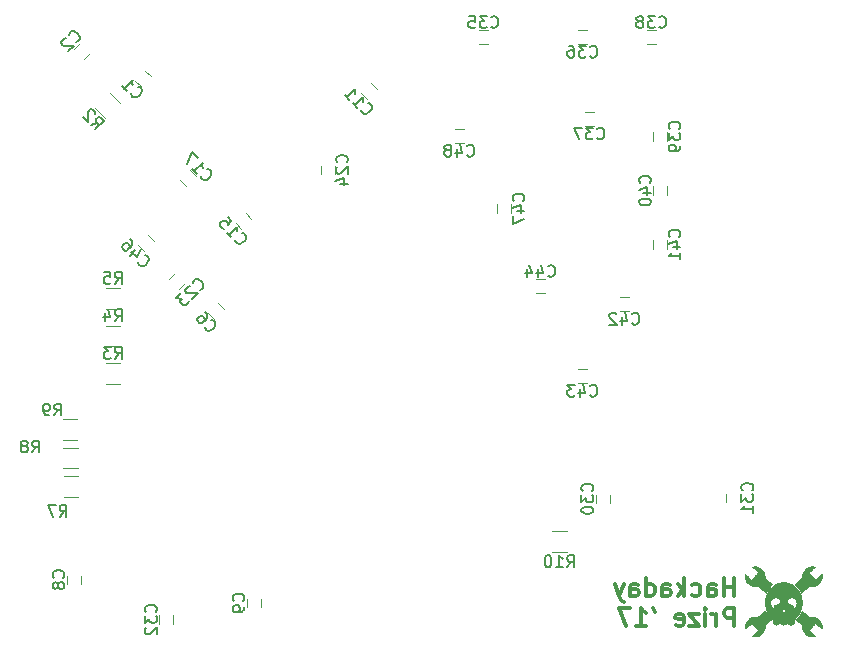
<source format=gbo>
G04 #@! TF.FileFunction,Legend,Bot*
%FSLAX46Y46*%
G04 Gerber Fmt 4.6, Leading zero omitted, Abs format (unit mm)*
G04 Created by KiCad (PCBNEW 4.0.6) date Tuesday, July 11, 2017 'AMt' 12:39:54 AM*
%MOMM*%
%LPD*%
G01*
G04 APERTURE LIST*
%ADD10C,0.100000*%
%ADD11C,0.300000*%
%ADD12C,0.120000*%
%ADD13C,0.010000*%
%ADD14C,0.150000*%
G04 APERTURE END LIST*
D10*
D11*
X139279357Y-110274571D02*
X139279357Y-108774571D01*
X139279357Y-109488857D02*
X138422214Y-109488857D01*
X138422214Y-110274571D02*
X138422214Y-108774571D01*
X137065071Y-110274571D02*
X137065071Y-109488857D01*
X137136500Y-109346000D01*
X137279357Y-109274571D01*
X137565071Y-109274571D01*
X137707928Y-109346000D01*
X137065071Y-110203143D02*
X137207928Y-110274571D01*
X137565071Y-110274571D01*
X137707928Y-110203143D01*
X137779357Y-110060286D01*
X137779357Y-109917429D01*
X137707928Y-109774571D01*
X137565071Y-109703143D01*
X137207928Y-109703143D01*
X137065071Y-109631714D01*
X135707928Y-110203143D02*
X135850785Y-110274571D01*
X136136499Y-110274571D01*
X136279357Y-110203143D01*
X136350785Y-110131714D01*
X136422214Y-109988857D01*
X136422214Y-109560286D01*
X136350785Y-109417429D01*
X136279357Y-109346000D01*
X136136499Y-109274571D01*
X135850785Y-109274571D01*
X135707928Y-109346000D01*
X135065071Y-110274571D02*
X135065071Y-108774571D01*
X134922214Y-109703143D02*
X134493643Y-110274571D01*
X134493643Y-109274571D02*
X135065071Y-109846000D01*
X133207928Y-110274571D02*
X133207928Y-109488857D01*
X133279357Y-109346000D01*
X133422214Y-109274571D01*
X133707928Y-109274571D01*
X133850785Y-109346000D01*
X133207928Y-110203143D02*
X133350785Y-110274571D01*
X133707928Y-110274571D01*
X133850785Y-110203143D01*
X133922214Y-110060286D01*
X133922214Y-109917429D01*
X133850785Y-109774571D01*
X133707928Y-109703143D01*
X133350785Y-109703143D01*
X133207928Y-109631714D01*
X131850785Y-110274571D02*
X131850785Y-108774571D01*
X131850785Y-110203143D02*
X131993642Y-110274571D01*
X132279356Y-110274571D01*
X132422214Y-110203143D01*
X132493642Y-110131714D01*
X132565071Y-109988857D01*
X132565071Y-109560286D01*
X132493642Y-109417429D01*
X132422214Y-109346000D01*
X132279356Y-109274571D01*
X131993642Y-109274571D01*
X131850785Y-109346000D01*
X130493642Y-110274571D02*
X130493642Y-109488857D01*
X130565071Y-109346000D01*
X130707928Y-109274571D01*
X130993642Y-109274571D01*
X131136499Y-109346000D01*
X130493642Y-110203143D02*
X130636499Y-110274571D01*
X130993642Y-110274571D01*
X131136499Y-110203143D01*
X131207928Y-110060286D01*
X131207928Y-109917429D01*
X131136499Y-109774571D01*
X130993642Y-109703143D01*
X130636499Y-109703143D01*
X130493642Y-109631714D01*
X129922213Y-109274571D02*
X129565070Y-110274571D01*
X129207928Y-109274571D02*
X129565070Y-110274571D01*
X129707928Y-110631714D01*
X129779356Y-110703143D01*
X129922213Y-110774571D01*
X139279357Y-112824571D02*
X139279357Y-111324571D01*
X138707929Y-111324571D01*
X138565071Y-111396000D01*
X138493643Y-111467429D01*
X138422214Y-111610286D01*
X138422214Y-111824571D01*
X138493643Y-111967429D01*
X138565071Y-112038857D01*
X138707929Y-112110286D01*
X139279357Y-112110286D01*
X137779357Y-112824571D02*
X137779357Y-111824571D01*
X137779357Y-112110286D02*
X137707929Y-111967429D01*
X137636500Y-111896000D01*
X137493643Y-111824571D01*
X137350786Y-111824571D01*
X136850786Y-112824571D02*
X136850786Y-111824571D01*
X136850786Y-111324571D02*
X136922215Y-111396000D01*
X136850786Y-111467429D01*
X136779358Y-111396000D01*
X136850786Y-111324571D01*
X136850786Y-111467429D01*
X136279357Y-111824571D02*
X135493643Y-111824571D01*
X136279357Y-112824571D01*
X135493643Y-112824571D01*
X134350786Y-112753143D02*
X134493643Y-112824571D01*
X134779357Y-112824571D01*
X134922214Y-112753143D01*
X134993643Y-112610286D01*
X134993643Y-112038857D01*
X134922214Y-111896000D01*
X134779357Y-111824571D01*
X134493643Y-111824571D01*
X134350786Y-111896000D01*
X134279357Y-112038857D01*
X134279357Y-112181714D01*
X134993643Y-112324571D01*
X132422215Y-111324571D02*
X132565072Y-111610286D01*
X130993643Y-112824571D02*
X131850786Y-112824571D01*
X131422214Y-112824571D02*
X131422214Y-111324571D01*
X131565071Y-111538857D01*
X131707929Y-111681714D01*
X131850786Y-111753143D01*
X130493643Y-111324571D02*
X129493643Y-111324571D01*
X130136500Y-112824571D01*
D12*
X88545749Y-66648577D02*
X89040723Y-67143551D01*
X89889251Y-66295023D02*
X89394277Y-65800049D01*
X83859123Y-63463249D02*
X83364149Y-63958223D01*
X84212677Y-64806751D02*
X84707651Y-64311777D01*
X94743349Y-86358977D02*
X95238323Y-86853951D01*
X96086851Y-86005423D02*
X95591877Y-85510449D01*
X87241418Y-68534410D02*
X86392890Y-67685882D01*
X85148382Y-68930390D02*
X85996910Y-69778918D01*
X86077500Y-92320000D02*
X87277500Y-92320000D01*
X87277500Y-90560000D02*
X86077500Y-90560000D01*
X86077500Y-89145000D02*
X87277500Y-89145000D01*
X87277500Y-87385000D02*
X86077500Y-87385000D01*
X86077500Y-85970000D02*
X87277500Y-85970000D01*
X87277500Y-84210000D02*
X86077500Y-84210000D01*
X82775500Y-108552500D02*
X82775500Y-109252500D01*
X83975500Y-109252500D02*
X83975500Y-108552500D01*
X98015500Y-110521000D02*
X98015500Y-111221000D01*
X99215500Y-111221000D02*
X99215500Y-110521000D01*
X107722749Y-67715377D02*
X108217723Y-68210351D01*
X109066251Y-67361823D02*
X108571277Y-66866849D01*
X97067449Y-78713577D02*
X97562423Y-79208551D01*
X98410951Y-78360023D02*
X97915977Y-77865049D01*
X93699251Y-74727823D02*
X93204277Y-74232849D01*
X92355749Y-75081377D02*
X92850723Y-75576351D01*
X91923623Y-82932349D02*
X91428649Y-83427323D01*
X92277177Y-84275851D02*
X92772151Y-83780877D01*
X105463900Y-74568800D02*
X105463900Y-73868800D01*
X104263900Y-73868800D02*
X104263900Y-74568800D01*
X127543000Y-101694500D02*
X127543000Y-102394500D01*
X128743000Y-102394500D02*
X128743000Y-101694500D01*
X139792000Y-102331000D02*
X139792000Y-101631000D01*
X138592000Y-101631000D02*
X138592000Y-102331000D01*
X90586000Y-111918000D02*
X90586000Y-112618000D01*
X91786000Y-112618000D02*
X91786000Y-111918000D01*
X118396500Y-62392000D02*
X117696500Y-62392000D01*
X117696500Y-63592000D02*
X118396500Y-63592000D01*
X126078500Y-63592000D02*
X126778500Y-63592000D01*
X126778500Y-62392000D02*
X126078500Y-62392000D01*
X126672860Y-70518580D02*
X127372860Y-70518580D01*
X127372860Y-69318580D02*
X126672860Y-69318580D01*
X132620500Y-62392000D02*
X131920500Y-62392000D01*
X131920500Y-63592000D02*
X132620500Y-63592000D01*
X133632500Y-71724000D02*
X133632500Y-71024000D01*
X132432500Y-71024000D02*
X132432500Y-71724000D01*
X132432500Y-75596000D02*
X132432500Y-76296000D01*
X133632500Y-76296000D02*
X133632500Y-75596000D01*
X133632500Y-80868000D02*
X133632500Y-80168000D01*
X132432500Y-80168000D02*
X132432500Y-80868000D01*
X129634500Y-86198000D02*
X130334500Y-86198000D01*
X130334500Y-84998000D02*
X129634500Y-84998000D01*
X126078500Y-92294000D02*
X126778500Y-92294000D01*
X126778500Y-91094000D02*
X126078500Y-91094000D01*
X123222500Y-83474000D02*
X122522500Y-83474000D01*
X122522500Y-84674000D02*
X123222500Y-84674000D01*
X88799749Y-80605877D02*
X89294723Y-81100851D01*
X90143251Y-80252323D02*
X89648277Y-79757349D01*
X120424500Y-77820000D02*
X120424500Y-77120000D01*
X119224500Y-77120000D02*
X119224500Y-77820000D01*
X115664500Y-71974000D02*
X116364500Y-71974000D01*
X116364500Y-70774000D02*
X115664500Y-70774000D01*
X83746900Y-100161200D02*
X82546900Y-100161200D01*
X82546900Y-101921200D02*
X83746900Y-101921200D01*
X83696100Y-97722800D02*
X82496100Y-97722800D01*
X82496100Y-99482800D02*
X83696100Y-99482800D01*
X83670700Y-95335200D02*
X82470700Y-95335200D01*
X82470700Y-97095200D02*
X83670700Y-97095200D01*
X125098100Y-104809400D02*
X123898100Y-104809400D01*
X123898100Y-106569400D02*
X125098100Y-106569400D01*
D13*
G36*
X145000854Y-111534587D02*
X144993781Y-111549745D01*
X144992591Y-111552691D01*
X144923250Y-111707858D01*
X144840616Y-111856927D01*
X144745558Y-111998547D01*
X144638951Y-112131371D01*
X144570931Y-112205123D01*
X144548053Y-112229159D01*
X144529670Y-112249387D01*
X144517940Y-112263374D01*
X144514794Y-112268425D01*
X144520225Y-112274322D01*
X144535796Y-112289098D01*
X144560420Y-112311773D01*
X144593011Y-112341366D01*
X144632484Y-112376895D01*
X144677753Y-112417381D01*
X144727732Y-112461841D01*
X144781335Y-112509295D01*
X144783565Y-112511265D01*
X144845582Y-112566086D01*
X144897266Y-112611949D01*
X144939527Y-112649741D01*
X144973273Y-112680344D01*
X144999414Y-112704645D01*
X145018859Y-112723526D01*
X145032517Y-112737874D01*
X145041298Y-112748571D01*
X145046111Y-112756503D01*
X145047866Y-112762554D01*
X145047471Y-112767609D01*
X145047398Y-112767904D01*
X145044018Y-112791273D01*
X145042279Y-112825786D01*
X145042068Y-112867753D01*
X145043272Y-112913480D01*
X145045777Y-112959275D01*
X145049471Y-113001446D01*
X145054240Y-113036300D01*
X145055898Y-113044941D01*
X145085065Y-113151665D01*
X145126208Y-113250130D01*
X145179994Y-113341528D01*
X145247089Y-113427051D01*
X145300879Y-113482670D01*
X145350499Y-113527541D01*
X145397701Y-113563925D01*
X145448203Y-113595863D01*
X145500619Y-113623855D01*
X145563895Y-113653374D01*
X145622346Y-113675212D01*
X145680394Y-113690427D01*
X145742462Y-113700079D01*
X145812969Y-113705228D01*
X145844558Y-113706265D01*
X145885712Y-113707015D01*
X145922439Y-113707244D01*
X145951745Y-113706968D01*
X145970637Y-113706201D01*
X145975294Y-113705626D01*
X145989374Y-113702641D01*
X146013565Y-113697727D01*
X146043312Y-113691806D01*
X146052152Y-113690066D01*
X146079931Y-113683986D01*
X146100716Y-113678226D01*
X146111268Y-113673738D01*
X146111917Y-113672554D01*
X146106064Y-113666663D01*
X146090119Y-113651854D01*
X146065177Y-113629113D01*
X146032333Y-113599426D01*
X145992681Y-113563779D01*
X145947316Y-113523159D01*
X145897331Y-113478552D01*
X145843823Y-113430944D01*
X145842337Y-113429625D01*
X145574911Y-113192058D01*
X145596464Y-113168926D01*
X145605717Y-113158795D01*
X145623868Y-113138737D01*
X145649840Y-113109951D01*
X145682555Y-113073632D01*
X145720936Y-113030978D01*
X145763905Y-112983187D01*
X145810384Y-112931454D01*
X145859297Y-112876977D01*
X145859408Y-112876853D01*
X145908393Y-112822310D01*
X145955013Y-112770467D01*
X145998181Y-112722527D01*
X146036809Y-112679695D01*
X146069810Y-112643176D01*
X146096096Y-112614173D01*
X146114582Y-112593891D01*
X146124164Y-112583550D01*
X146147530Y-112559189D01*
X146412530Y-112794501D01*
X146465895Y-112841807D01*
X146515857Y-112885940D01*
X146561307Y-112925931D01*
X146601137Y-112960815D01*
X146634239Y-112989621D01*
X146659505Y-113011384D01*
X146675827Y-113025135D01*
X146682091Y-113029906D01*
X146686131Y-113022883D01*
X146689728Y-113003078D01*
X146692696Y-112972650D01*
X146694848Y-112933758D01*
X146695999Y-112888558D01*
X146696141Y-112866821D01*
X146688972Y-112757927D01*
X146667764Y-112652617D01*
X146633213Y-112552016D01*
X146586018Y-112457251D01*
X146526875Y-112369447D01*
X146456482Y-112289730D01*
X146375537Y-112219227D01*
X146284738Y-112159064D01*
X146244235Y-112137352D01*
X146156265Y-112098424D01*
X146069531Y-112071210D01*
X145978544Y-112054079D01*
X145953787Y-112051106D01*
X145874144Y-112047216D01*
X145789404Y-112051315D01*
X145706782Y-112062925D01*
X145676758Y-112069371D01*
X145632222Y-112080008D01*
X145605787Y-112056830D01*
X145595081Y-112047395D01*
X145574371Y-112029099D01*
X145544839Y-112002988D01*
X145507668Y-111970107D01*
X145464038Y-111931503D01*
X145415132Y-111888220D01*
X145362132Y-111841304D01*
X145306219Y-111791800D01*
X145294057Y-111781032D01*
X145238647Y-111732023D01*
X145186660Y-111686149D01*
X145139159Y-111644340D01*
X145097207Y-111607526D01*
X145061866Y-111576638D01*
X145034200Y-111552606D01*
X145015271Y-111536360D01*
X145006142Y-111528832D01*
X145005478Y-111528412D01*
X145000854Y-111534587D01*
X145000854Y-111534587D01*
G37*
X145000854Y-111534587D02*
X144993781Y-111549745D01*
X144992591Y-111552691D01*
X144923250Y-111707858D01*
X144840616Y-111856927D01*
X144745558Y-111998547D01*
X144638951Y-112131371D01*
X144570931Y-112205123D01*
X144548053Y-112229159D01*
X144529670Y-112249387D01*
X144517940Y-112263374D01*
X144514794Y-112268425D01*
X144520225Y-112274322D01*
X144535796Y-112289098D01*
X144560420Y-112311773D01*
X144593011Y-112341366D01*
X144632484Y-112376895D01*
X144677753Y-112417381D01*
X144727732Y-112461841D01*
X144781335Y-112509295D01*
X144783565Y-112511265D01*
X144845582Y-112566086D01*
X144897266Y-112611949D01*
X144939527Y-112649741D01*
X144973273Y-112680344D01*
X144999414Y-112704645D01*
X145018859Y-112723526D01*
X145032517Y-112737874D01*
X145041298Y-112748571D01*
X145046111Y-112756503D01*
X145047866Y-112762554D01*
X145047471Y-112767609D01*
X145047398Y-112767904D01*
X145044018Y-112791273D01*
X145042279Y-112825786D01*
X145042068Y-112867753D01*
X145043272Y-112913480D01*
X145045777Y-112959275D01*
X145049471Y-113001446D01*
X145054240Y-113036300D01*
X145055898Y-113044941D01*
X145085065Y-113151665D01*
X145126208Y-113250130D01*
X145179994Y-113341528D01*
X145247089Y-113427051D01*
X145300879Y-113482670D01*
X145350499Y-113527541D01*
X145397701Y-113563925D01*
X145448203Y-113595863D01*
X145500619Y-113623855D01*
X145563895Y-113653374D01*
X145622346Y-113675212D01*
X145680394Y-113690427D01*
X145742462Y-113700079D01*
X145812969Y-113705228D01*
X145844558Y-113706265D01*
X145885712Y-113707015D01*
X145922439Y-113707244D01*
X145951745Y-113706968D01*
X145970637Y-113706201D01*
X145975294Y-113705626D01*
X145989374Y-113702641D01*
X146013565Y-113697727D01*
X146043312Y-113691806D01*
X146052152Y-113690066D01*
X146079931Y-113683986D01*
X146100716Y-113678226D01*
X146111268Y-113673738D01*
X146111917Y-113672554D01*
X146106064Y-113666663D01*
X146090119Y-113651854D01*
X146065177Y-113629113D01*
X146032333Y-113599426D01*
X145992681Y-113563779D01*
X145947316Y-113523159D01*
X145897331Y-113478552D01*
X145843823Y-113430944D01*
X145842337Y-113429625D01*
X145574911Y-113192058D01*
X145596464Y-113168926D01*
X145605717Y-113158795D01*
X145623868Y-113138737D01*
X145649840Y-113109951D01*
X145682555Y-113073632D01*
X145720936Y-113030978D01*
X145763905Y-112983187D01*
X145810384Y-112931454D01*
X145859297Y-112876977D01*
X145859408Y-112876853D01*
X145908393Y-112822310D01*
X145955013Y-112770467D01*
X145998181Y-112722527D01*
X146036809Y-112679695D01*
X146069810Y-112643176D01*
X146096096Y-112614173D01*
X146114582Y-112593891D01*
X146124164Y-112583550D01*
X146147530Y-112559189D01*
X146412530Y-112794501D01*
X146465895Y-112841807D01*
X146515857Y-112885940D01*
X146561307Y-112925931D01*
X146601137Y-112960815D01*
X146634239Y-112989621D01*
X146659505Y-113011384D01*
X146675827Y-113025135D01*
X146682091Y-113029906D01*
X146686131Y-113022883D01*
X146689728Y-113003078D01*
X146692696Y-112972650D01*
X146694848Y-112933758D01*
X146695999Y-112888558D01*
X146696141Y-112866821D01*
X146688972Y-112757927D01*
X146667764Y-112652617D01*
X146633213Y-112552016D01*
X146586018Y-112457251D01*
X146526875Y-112369447D01*
X146456482Y-112289730D01*
X146375537Y-112219227D01*
X146284738Y-112159064D01*
X146244235Y-112137352D01*
X146156265Y-112098424D01*
X146069531Y-112071210D01*
X145978544Y-112054079D01*
X145953787Y-112051106D01*
X145874144Y-112047216D01*
X145789404Y-112051315D01*
X145706782Y-112062925D01*
X145676758Y-112069371D01*
X145632222Y-112080008D01*
X145605787Y-112056830D01*
X145595081Y-112047395D01*
X145574371Y-112029099D01*
X145544839Y-112002988D01*
X145507668Y-111970107D01*
X145464038Y-111931503D01*
X145415132Y-111888220D01*
X145362132Y-111841304D01*
X145306219Y-111791800D01*
X145294057Y-111781032D01*
X145238647Y-111732023D01*
X145186660Y-111686149D01*
X145139159Y-111644340D01*
X145097207Y-111607526D01*
X145061866Y-111576638D01*
X145034200Y-111552606D01*
X145015271Y-111536360D01*
X145006142Y-111528832D01*
X145005478Y-111528412D01*
X145000854Y-111534587D01*
G36*
X141886539Y-111537471D02*
X141869997Y-111550257D01*
X141844361Y-111571245D01*
X141810659Y-111599561D01*
X141769915Y-111634333D01*
X141723156Y-111674686D01*
X141671409Y-111719747D01*
X141615699Y-111768643D01*
X141579240Y-111800835D01*
X141521380Y-111851888D01*
X141466703Y-111899833D01*
X141416257Y-111943773D01*
X141371090Y-111982809D01*
X141332248Y-112016043D01*
X141300779Y-112042577D01*
X141277730Y-112061513D01*
X141264149Y-112071952D01*
X141260963Y-112073765D01*
X141249097Y-112072046D01*
X141227428Y-112067535D01*
X141200610Y-112061203D01*
X141200184Y-112061097D01*
X141164627Y-112054910D01*
X141118269Y-112050695D01*
X141065119Y-112048457D01*
X141009187Y-112048197D01*
X140954481Y-112049917D01*
X140905012Y-112053620D01*
X140864788Y-112059308D01*
X140857245Y-112060902D01*
X140758213Y-112090101D01*
X140662072Y-112130942D01*
X140572668Y-112181602D01*
X140514294Y-112223398D01*
X140435338Y-112295072D01*
X140366569Y-112376204D01*
X140308683Y-112465182D01*
X140262374Y-112560390D01*
X140228339Y-112660217D01*
X140207274Y-112763046D01*
X140199873Y-112867266D01*
X140203577Y-112944071D01*
X140207104Y-112977091D01*
X140210373Y-113004117D01*
X140212980Y-113021996D01*
X140214338Y-113027623D01*
X140220273Y-113023353D01*
X140236262Y-113010100D01*
X140261205Y-112988819D01*
X140293999Y-112960467D01*
X140333543Y-112926000D01*
X140378737Y-112886373D01*
X140428480Y-112842544D01*
X140480322Y-112796663D01*
X140533575Y-112749489D01*
X140583439Y-112705420D01*
X140628799Y-112665436D01*
X140668537Y-112630517D01*
X140701535Y-112601643D01*
X140726677Y-112579794D01*
X140742845Y-112565949D01*
X140748891Y-112561098D01*
X140754609Y-112566115D01*
X140769190Y-112581073D01*
X140791543Y-112604768D01*
X140820580Y-112635996D01*
X140855210Y-112673555D01*
X140894345Y-112716239D01*
X140936895Y-112762846D01*
X140981771Y-112812172D01*
X141027883Y-112863014D01*
X141074143Y-112914167D01*
X141119460Y-112964429D01*
X141162746Y-113012596D01*
X141202910Y-113057464D01*
X141238865Y-113097830D01*
X141269519Y-113132490D01*
X141293785Y-113160240D01*
X141310572Y-113179877D01*
X141318791Y-113190198D01*
X141319433Y-113191454D01*
X141313681Y-113196932D01*
X141297848Y-113211348D01*
X141273028Y-113233723D01*
X141240316Y-113263075D01*
X141200804Y-113298426D01*
X141155586Y-113338795D01*
X141105758Y-113383203D01*
X141052411Y-113430670D01*
X141052009Y-113431027D01*
X140998863Y-113478502D01*
X140949506Y-113523027D01*
X140904995Y-113563616D01*
X140866391Y-113599283D01*
X140834751Y-113629042D01*
X140811134Y-113651906D01*
X140796599Y-113666890D01*
X140792203Y-113673007D01*
X140792223Y-113673029D01*
X140805759Y-113679576D01*
X140831336Y-113686281D01*
X140866066Y-113692699D01*
X140907060Y-113698384D01*
X140951431Y-113702892D01*
X140996290Y-113705777D01*
X141007353Y-113706196D01*
X141085195Y-113706260D01*
X141149665Y-113701014D01*
X141166556Y-113698389D01*
X141273371Y-113672231D01*
X141374555Y-113632806D01*
X141469066Y-113581068D01*
X141555863Y-113517968D01*
X141633903Y-113444459D01*
X141702145Y-113361493D01*
X141759548Y-113270023D01*
X141805070Y-113171001D01*
X141831249Y-113090653D01*
X141838341Y-113063032D01*
X141843533Y-113038201D01*
X141847148Y-113012867D01*
X141849508Y-112983741D01*
X141850937Y-112947531D01*
X141851757Y-112900946D01*
X141851980Y-112879405D01*
X141853261Y-112740015D01*
X142117601Y-112506571D01*
X142170929Y-112459480D01*
X142220778Y-112415470D01*
X142266040Y-112375518D01*
X142305609Y-112340600D01*
X142338378Y-112311693D01*
X142363240Y-112289774D01*
X142379088Y-112275818D01*
X142384805Y-112270812D01*
X142380994Y-112264893D01*
X142368567Y-112250218D01*
X142349289Y-112228775D01*
X142324923Y-112202555D01*
X142315317Y-112192405D01*
X142202262Y-112064158D01*
X142103437Y-111932088D01*
X142018506Y-111795689D01*
X141947131Y-111654454D01*
X141929677Y-111614324D01*
X141916395Y-111583307D01*
X141904841Y-111557428D01*
X141896436Y-111539799D01*
X141892960Y-111533762D01*
X141886539Y-111537471D01*
X141886539Y-111537471D01*
G37*
X141886539Y-111537471D02*
X141869997Y-111550257D01*
X141844361Y-111571245D01*
X141810659Y-111599561D01*
X141769915Y-111634333D01*
X141723156Y-111674686D01*
X141671409Y-111719747D01*
X141615699Y-111768643D01*
X141579240Y-111800835D01*
X141521380Y-111851888D01*
X141466703Y-111899833D01*
X141416257Y-111943773D01*
X141371090Y-111982809D01*
X141332248Y-112016043D01*
X141300779Y-112042577D01*
X141277730Y-112061513D01*
X141264149Y-112071952D01*
X141260963Y-112073765D01*
X141249097Y-112072046D01*
X141227428Y-112067535D01*
X141200610Y-112061203D01*
X141200184Y-112061097D01*
X141164627Y-112054910D01*
X141118269Y-112050695D01*
X141065119Y-112048457D01*
X141009187Y-112048197D01*
X140954481Y-112049917D01*
X140905012Y-112053620D01*
X140864788Y-112059308D01*
X140857245Y-112060902D01*
X140758213Y-112090101D01*
X140662072Y-112130942D01*
X140572668Y-112181602D01*
X140514294Y-112223398D01*
X140435338Y-112295072D01*
X140366569Y-112376204D01*
X140308683Y-112465182D01*
X140262374Y-112560390D01*
X140228339Y-112660217D01*
X140207274Y-112763046D01*
X140199873Y-112867266D01*
X140203577Y-112944071D01*
X140207104Y-112977091D01*
X140210373Y-113004117D01*
X140212980Y-113021996D01*
X140214338Y-113027623D01*
X140220273Y-113023353D01*
X140236262Y-113010100D01*
X140261205Y-112988819D01*
X140293999Y-112960467D01*
X140333543Y-112926000D01*
X140378737Y-112886373D01*
X140428480Y-112842544D01*
X140480322Y-112796663D01*
X140533575Y-112749489D01*
X140583439Y-112705420D01*
X140628799Y-112665436D01*
X140668537Y-112630517D01*
X140701535Y-112601643D01*
X140726677Y-112579794D01*
X140742845Y-112565949D01*
X140748891Y-112561098D01*
X140754609Y-112566115D01*
X140769190Y-112581073D01*
X140791543Y-112604768D01*
X140820580Y-112635996D01*
X140855210Y-112673555D01*
X140894345Y-112716239D01*
X140936895Y-112762846D01*
X140981771Y-112812172D01*
X141027883Y-112863014D01*
X141074143Y-112914167D01*
X141119460Y-112964429D01*
X141162746Y-113012596D01*
X141202910Y-113057464D01*
X141238865Y-113097830D01*
X141269519Y-113132490D01*
X141293785Y-113160240D01*
X141310572Y-113179877D01*
X141318791Y-113190198D01*
X141319433Y-113191454D01*
X141313681Y-113196932D01*
X141297848Y-113211348D01*
X141273028Y-113233723D01*
X141240316Y-113263075D01*
X141200804Y-113298426D01*
X141155586Y-113338795D01*
X141105758Y-113383203D01*
X141052411Y-113430670D01*
X141052009Y-113431027D01*
X140998863Y-113478502D01*
X140949506Y-113523027D01*
X140904995Y-113563616D01*
X140866391Y-113599283D01*
X140834751Y-113629042D01*
X140811134Y-113651906D01*
X140796599Y-113666890D01*
X140792203Y-113673007D01*
X140792223Y-113673029D01*
X140805759Y-113679576D01*
X140831336Y-113686281D01*
X140866066Y-113692699D01*
X140907060Y-113698384D01*
X140951431Y-113702892D01*
X140996290Y-113705777D01*
X141007353Y-113706196D01*
X141085195Y-113706260D01*
X141149665Y-113701014D01*
X141166556Y-113698389D01*
X141273371Y-113672231D01*
X141374555Y-113632806D01*
X141469066Y-113581068D01*
X141555863Y-113517968D01*
X141633903Y-113444459D01*
X141702145Y-113361493D01*
X141759548Y-113270023D01*
X141805070Y-113171001D01*
X141831249Y-113090653D01*
X141838341Y-113063032D01*
X141843533Y-113038201D01*
X141847148Y-113012867D01*
X141849508Y-112983741D01*
X141850937Y-112947531D01*
X141851757Y-112900946D01*
X141851980Y-112879405D01*
X141853261Y-112740015D01*
X142117601Y-112506571D01*
X142170929Y-112459480D01*
X142220778Y-112415470D01*
X142266040Y-112375518D01*
X142305609Y-112340600D01*
X142338378Y-112311693D01*
X142363240Y-112289774D01*
X142379088Y-112275818D01*
X142384805Y-112270812D01*
X142380994Y-112264893D01*
X142368567Y-112250218D01*
X142349289Y-112228775D01*
X142324923Y-112202555D01*
X142315317Y-112192405D01*
X142202262Y-112064158D01*
X142103437Y-111932088D01*
X142018506Y-111795689D01*
X141947131Y-111654454D01*
X141929677Y-111614324D01*
X141916395Y-111583307D01*
X141904841Y-111557428D01*
X141896436Y-111539799D01*
X141892960Y-111533762D01*
X141886539Y-111537471D01*
G36*
X143324655Y-109123068D02*
X143180617Y-109143441D01*
X143084176Y-109165296D01*
X142948121Y-109208428D01*
X142817382Y-109265005D01*
X142692617Y-109334278D01*
X142574482Y-109415495D01*
X142463635Y-109507907D01*
X142360732Y-109610763D01*
X142266431Y-109723313D01*
X142181389Y-109844805D01*
X142106263Y-109974490D01*
X142041710Y-110111617D01*
X141988387Y-110255436D01*
X141946951Y-110405197D01*
X141930810Y-110482529D01*
X141910012Y-110628614D01*
X141900609Y-110779836D01*
X141902504Y-110932740D01*
X141915599Y-111083871D01*
X141939800Y-111229774D01*
X141953388Y-111289211D01*
X141999805Y-111445759D01*
X142059303Y-111595467D01*
X142131547Y-111737802D01*
X142216199Y-111872230D01*
X142312925Y-111998218D01*
X142421389Y-112115235D01*
X142541254Y-112222746D01*
X142542512Y-112223774D01*
X142575280Y-112250519D01*
X142559289Y-112284538D01*
X142538205Y-112345490D01*
X142530850Y-112406909D01*
X142536283Y-112467032D01*
X142553558Y-112524093D01*
X142581732Y-112576327D01*
X142619861Y-112621970D01*
X142667003Y-112659256D01*
X142722212Y-112686420D01*
X142782183Y-112701374D01*
X142847406Y-112703636D01*
X142909073Y-112692475D01*
X142965622Y-112669159D01*
X143015488Y-112634956D01*
X143057108Y-112591133D01*
X143088916Y-112538959D01*
X143109350Y-112479702D01*
X143116322Y-112430485D01*
X143118350Y-112401328D01*
X143120911Y-112384036D01*
X143125067Y-112375542D01*
X143131877Y-112372779D01*
X143136352Y-112372588D01*
X143145061Y-112373846D01*
X143150526Y-112379721D01*
X143153970Y-112393368D01*
X143156613Y-112417942D01*
X143157340Y-112426750D01*
X143165180Y-112482519D01*
X143179869Y-112529042D01*
X143203089Y-112571095D01*
X143213184Y-112585167D01*
X143258761Y-112634530D01*
X143310754Y-112670420D01*
X143369445Y-112692977D01*
X143435116Y-112702342D01*
X143450235Y-112702645D01*
X143517451Y-112696110D01*
X143577625Y-112676413D01*
X143631039Y-112643412D01*
X143677977Y-112596969D01*
X143687286Y-112585167D01*
X143713777Y-112543546D01*
X143731166Y-112499071D01*
X143741137Y-112446968D01*
X143743130Y-112426750D01*
X143746031Y-112398074D01*
X143749621Y-112381439D01*
X143754823Y-112373949D01*
X143760366Y-112372588D01*
X143767823Y-112375150D01*
X143771993Y-112384980D01*
X143773900Y-112405302D01*
X143774240Y-112416260D01*
X143782248Y-112480978D01*
X143803518Y-112539668D01*
X143838529Y-112593357D01*
X143875816Y-112632537D01*
X143925756Y-112668441D01*
X143983055Y-112693070D01*
X144044440Y-112705647D01*
X144106639Y-112705395D01*
X144148554Y-112697269D01*
X144200803Y-112677662D01*
X144246117Y-112649006D01*
X144285853Y-112612037D01*
X144325596Y-112559235D01*
X144352861Y-112500391D01*
X144367241Y-112437810D01*
X144368329Y-112373797D01*
X144355719Y-112310656D01*
X144344366Y-112280621D01*
X144329673Y-112247405D01*
X144366729Y-112219146D01*
X144394895Y-112195745D01*
X144429890Y-112163753D01*
X144468906Y-112125998D01*
X144509134Y-112085305D01*
X144547768Y-112044503D01*
X144581998Y-112006418D01*
X144603904Y-111980333D01*
X144687422Y-111866026D01*
X144763328Y-111741089D01*
X144768042Y-111731741D01*
X143593654Y-111731741D01*
X143588343Y-111777770D01*
X143581407Y-111801088D01*
X143574739Y-111815726D01*
X143569477Y-111817910D01*
X143561967Y-111809315D01*
X143553656Y-111794100D01*
X143544026Y-111771046D01*
X143539080Y-111757021D01*
X143520830Y-111709388D01*
X143500375Y-111669993D01*
X143478917Y-111640545D01*
X143457659Y-111622752D01*
X143441400Y-111618059D01*
X143424739Y-111625212D01*
X143407553Y-111645572D01*
X143390899Y-111677488D01*
X143375829Y-111719307D01*
X143375020Y-111722019D01*
X143361828Y-111765557D01*
X143351506Y-111795619D01*
X143343170Y-111813191D01*
X143335937Y-111819259D01*
X143328921Y-111814807D01*
X143321240Y-111800823D01*
X143315843Y-111788015D01*
X143306583Y-111750696D01*
X143303395Y-111702914D01*
X143305686Y-111647578D01*
X143312862Y-111587596D01*
X143324327Y-111525877D01*
X143339488Y-111465330D01*
X143357750Y-111408861D01*
X143378519Y-111359381D01*
X143401200Y-111319796D01*
X143415082Y-111302427D01*
X143429972Y-111288972D01*
X143442004Y-111282108D01*
X143443580Y-111281882D01*
X143456782Y-111288376D01*
X143473507Y-111306006D01*
X143491832Y-111331995D01*
X143509835Y-111363566D01*
X143525592Y-111397942D01*
X143527752Y-111403454D01*
X143552256Y-111474760D01*
X143571399Y-111545472D01*
X143584880Y-111613361D01*
X143592399Y-111676194D01*
X143593654Y-111731741D01*
X144768042Y-111731741D01*
X144830208Y-111608486D01*
X144886651Y-111471181D01*
X144931242Y-111332138D01*
X144951087Y-111252000D01*
X144974434Y-111123014D01*
X144989413Y-110988712D01*
X144995862Y-110853151D01*
X144995680Y-110842364D01*
X144565085Y-110842364D01*
X144564680Y-110907938D01*
X144558280Y-110975921D01*
X144546390Y-111040918D01*
X144529849Y-111096640D01*
X144507450Y-111141024D01*
X144474221Y-111186764D01*
X144433303Y-111229915D01*
X144403815Y-111254904D01*
X144367630Y-111281036D01*
X144339512Y-111296938D01*
X144317360Y-111303326D01*
X144299073Y-111300917D01*
X144287663Y-111294540D01*
X144278639Y-111281775D01*
X144272027Y-111257434D01*
X144268559Y-111232908D01*
X144258654Y-111182014D01*
X144241688Y-111138087D01*
X144218991Y-111104097D01*
X144205127Y-111091153D01*
X144182630Y-111076731D01*
X144149100Y-111058778D01*
X144107596Y-111038733D01*
X144061177Y-111018037D01*
X144012899Y-110998129D01*
X143984480Y-110987225D01*
X143910628Y-110955315D01*
X143846262Y-110918390D01*
X143792618Y-110877450D01*
X143750929Y-110833498D01*
X143722430Y-110787536D01*
X143714871Y-110768422D01*
X143710507Y-110745794D01*
X143708827Y-110716695D01*
X143709353Y-110700061D01*
X143712087Y-110687463D01*
X143189853Y-110687463D01*
X143188972Y-110728131D01*
X143177015Y-110772755D01*
X143155327Y-110816984D01*
X143145142Y-110832325D01*
X143122087Y-110857511D01*
X143088193Y-110885566D01*
X143046709Y-110914383D01*
X143000886Y-110941856D01*
X142953972Y-110965878D01*
X142912353Y-110983225D01*
X142875835Y-110997407D01*
X142835625Y-111014635D01*
X142794537Y-111033521D01*
X142755388Y-111052677D01*
X142720992Y-111070716D01*
X142694165Y-111086248D01*
X142677722Y-111097888D01*
X142675695Y-111099879D01*
X142658382Y-111126519D01*
X142643709Y-111163054D01*
X142633453Y-111204464D01*
X142630295Y-111228000D01*
X142626697Y-111254496D01*
X142621591Y-111275842D01*
X142617033Y-111285897D01*
X142599510Y-111295926D01*
X142574231Y-111294832D01*
X142543050Y-111282932D01*
X142520047Y-111269252D01*
X142465106Y-111226293D01*
X142419207Y-111178137D01*
X142385011Y-111127663D01*
X142379804Y-111117529D01*
X142360563Y-111067271D01*
X142346343Y-111008285D01*
X142337362Y-110944338D01*
X142333837Y-110879196D01*
X142335987Y-110816627D01*
X142344029Y-110760397D01*
X142356700Y-110717790D01*
X142390733Y-110650304D01*
X142437269Y-110584911D01*
X142489878Y-110527353D01*
X142535127Y-110486100D01*
X142577665Y-110455915D01*
X142621409Y-110434478D01*
X142670278Y-110419468D01*
X142673198Y-110418781D01*
X142748898Y-110407585D01*
X142824765Y-110408296D01*
X142898403Y-110420312D01*
X142967417Y-110443029D01*
X143029412Y-110475844D01*
X143081993Y-110518152D01*
X143086731Y-110522975D01*
X143127229Y-110569160D01*
X143158810Y-110613604D01*
X143180182Y-110654246D01*
X143189853Y-110687463D01*
X143712087Y-110687463D01*
X143718082Y-110659845D01*
X143738982Y-110617080D01*
X143772639Y-110570804D01*
X143818749Y-110520942D01*
X143875006Y-110475334D01*
X143939149Y-110441064D01*
X144008986Y-110418439D01*
X144082323Y-110407768D01*
X144156969Y-110409358D01*
X144230729Y-110423517D01*
X144301412Y-110450553D01*
X144305527Y-110452602D01*
X144357719Y-110485508D01*
X144408584Y-110529626D01*
X144455817Y-110581935D01*
X144497112Y-110639414D01*
X144530160Y-110699042D01*
X144552657Y-110757798D01*
X144558991Y-110784593D01*
X144565085Y-110842364D01*
X144995680Y-110842364D01*
X144993619Y-110720388D01*
X144982523Y-110594480D01*
X144978531Y-110565785D01*
X144946974Y-110401315D01*
X144902722Y-110243562D01*
X144846039Y-110093071D01*
X144777186Y-109950385D01*
X144696426Y-109816047D01*
X144604020Y-109690603D01*
X144501447Y-109575832D01*
X144389010Y-109471209D01*
X144270498Y-109379732D01*
X144146552Y-109301586D01*
X144017813Y-109236957D01*
X143884922Y-109186031D01*
X143748519Y-109148994D01*
X143609247Y-109126030D01*
X143467745Y-109117327D01*
X143324655Y-109123068D01*
X143324655Y-109123068D01*
G37*
X143324655Y-109123068D02*
X143180617Y-109143441D01*
X143084176Y-109165296D01*
X142948121Y-109208428D01*
X142817382Y-109265005D01*
X142692617Y-109334278D01*
X142574482Y-109415495D01*
X142463635Y-109507907D01*
X142360732Y-109610763D01*
X142266431Y-109723313D01*
X142181389Y-109844805D01*
X142106263Y-109974490D01*
X142041710Y-110111617D01*
X141988387Y-110255436D01*
X141946951Y-110405197D01*
X141930810Y-110482529D01*
X141910012Y-110628614D01*
X141900609Y-110779836D01*
X141902504Y-110932740D01*
X141915599Y-111083871D01*
X141939800Y-111229774D01*
X141953388Y-111289211D01*
X141999805Y-111445759D01*
X142059303Y-111595467D01*
X142131547Y-111737802D01*
X142216199Y-111872230D01*
X142312925Y-111998218D01*
X142421389Y-112115235D01*
X142541254Y-112222746D01*
X142542512Y-112223774D01*
X142575280Y-112250519D01*
X142559289Y-112284538D01*
X142538205Y-112345490D01*
X142530850Y-112406909D01*
X142536283Y-112467032D01*
X142553558Y-112524093D01*
X142581732Y-112576327D01*
X142619861Y-112621970D01*
X142667003Y-112659256D01*
X142722212Y-112686420D01*
X142782183Y-112701374D01*
X142847406Y-112703636D01*
X142909073Y-112692475D01*
X142965622Y-112669159D01*
X143015488Y-112634956D01*
X143057108Y-112591133D01*
X143088916Y-112538959D01*
X143109350Y-112479702D01*
X143116322Y-112430485D01*
X143118350Y-112401328D01*
X143120911Y-112384036D01*
X143125067Y-112375542D01*
X143131877Y-112372779D01*
X143136352Y-112372588D01*
X143145061Y-112373846D01*
X143150526Y-112379721D01*
X143153970Y-112393368D01*
X143156613Y-112417942D01*
X143157340Y-112426750D01*
X143165180Y-112482519D01*
X143179869Y-112529042D01*
X143203089Y-112571095D01*
X143213184Y-112585167D01*
X143258761Y-112634530D01*
X143310754Y-112670420D01*
X143369445Y-112692977D01*
X143435116Y-112702342D01*
X143450235Y-112702645D01*
X143517451Y-112696110D01*
X143577625Y-112676413D01*
X143631039Y-112643412D01*
X143677977Y-112596969D01*
X143687286Y-112585167D01*
X143713777Y-112543546D01*
X143731166Y-112499071D01*
X143741137Y-112446968D01*
X143743130Y-112426750D01*
X143746031Y-112398074D01*
X143749621Y-112381439D01*
X143754823Y-112373949D01*
X143760366Y-112372588D01*
X143767823Y-112375150D01*
X143771993Y-112384980D01*
X143773900Y-112405302D01*
X143774240Y-112416260D01*
X143782248Y-112480978D01*
X143803518Y-112539668D01*
X143838529Y-112593357D01*
X143875816Y-112632537D01*
X143925756Y-112668441D01*
X143983055Y-112693070D01*
X144044440Y-112705647D01*
X144106639Y-112705395D01*
X144148554Y-112697269D01*
X144200803Y-112677662D01*
X144246117Y-112649006D01*
X144285853Y-112612037D01*
X144325596Y-112559235D01*
X144352861Y-112500391D01*
X144367241Y-112437810D01*
X144368329Y-112373797D01*
X144355719Y-112310656D01*
X144344366Y-112280621D01*
X144329673Y-112247405D01*
X144366729Y-112219146D01*
X144394895Y-112195745D01*
X144429890Y-112163753D01*
X144468906Y-112125998D01*
X144509134Y-112085305D01*
X144547768Y-112044503D01*
X144581998Y-112006418D01*
X144603904Y-111980333D01*
X144687422Y-111866026D01*
X144763328Y-111741089D01*
X144768042Y-111731741D01*
X143593654Y-111731741D01*
X143588343Y-111777770D01*
X143581407Y-111801088D01*
X143574739Y-111815726D01*
X143569477Y-111817910D01*
X143561967Y-111809315D01*
X143553656Y-111794100D01*
X143544026Y-111771046D01*
X143539080Y-111757021D01*
X143520830Y-111709388D01*
X143500375Y-111669993D01*
X143478917Y-111640545D01*
X143457659Y-111622752D01*
X143441400Y-111618059D01*
X143424739Y-111625212D01*
X143407553Y-111645572D01*
X143390899Y-111677488D01*
X143375829Y-111719307D01*
X143375020Y-111722019D01*
X143361828Y-111765557D01*
X143351506Y-111795619D01*
X143343170Y-111813191D01*
X143335937Y-111819259D01*
X143328921Y-111814807D01*
X143321240Y-111800823D01*
X143315843Y-111788015D01*
X143306583Y-111750696D01*
X143303395Y-111702914D01*
X143305686Y-111647578D01*
X143312862Y-111587596D01*
X143324327Y-111525877D01*
X143339488Y-111465330D01*
X143357750Y-111408861D01*
X143378519Y-111359381D01*
X143401200Y-111319796D01*
X143415082Y-111302427D01*
X143429972Y-111288972D01*
X143442004Y-111282108D01*
X143443580Y-111281882D01*
X143456782Y-111288376D01*
X143473507Y-111306006D01*
X143491832Y-111331995D01*
X143509835Y-111363566D01*
X143525592Y-111397942D01*
X143527752Y-111403454D01*
X143552256Y-111474760D01*
X143571399Y-111545472D01*
X143584880Y-111613361D01*
X143592399Y-111676194D01*
X143593654Y-111731741D01*
X144768042Y-111731741D01*
X144830208Y-111608486D01*
X144886651Y-111471181D01*
X144931242Y-111332138D01*
X144951087Y-111252000D01*
X144974434Y-111123014D01*
X144989413Y-110988712D01*
X144995862Y-110853151D01*
X144995680Y-110842364D01*
X144565085Y-110842364D01*
X144564680Y-110907938D01*
X144558280Y-110975921D01*
X144546390Y-111040918D01*
X144529849Y-111096640D01*
X144507450Y-111141024D01*
X144474221Y-111186764D01*
X144433303Y-111229915D01*
X144403815Y-111254904D01*
X144367630Y-111281036D01*
X144339512Y-111296938D01*
X144317360Y-111303326D01*
X144299073Y-111300917D01*
X144287663Y-111294540D01*
X144278639Y-111281775D01*
X144272027Y-111257434D01*
X144268559Y-111232908D01*
X144258654Y-111182014D01*
X144241688Y-111138087D01*
X144218991Y-111104097D01*
X144205127Y-111091153D01*
X144182630Y-111076731D01*
X144149100Y-111058778D01*
X144107596Y-111038733D01*
X144061177Y-111018037D01*
X144012899Y-110998129D01*
X143984480Y-110987225D01*
X143910628Y-110955315D01*
X143846262Y-110918390D01*
X143792618Y-110877450D01*
X143750929Y-110833498D01*
X143722430Y-110787536D01*
X143714871Y-110768422D01*
X143710507Y-110745794D01*
X143708827Y-110716695D01*
X143709353Y-110700061D01*
X143712087Y-110687463D01*
X143189853Y-110687463D01*
X143188972Y-110728131D01*
X143177015Y-110772755D01*
X143155327Y-110816984D01*
X143145142Y-110832325D01*
X143122087Y-110857511D01*
X143088193Y-110885566D01*
X143046709Y-110914383D01*
X143000886Y-110941856D01*
X142953972Y-110965878D01*
X142912353Y-110983225D01*
X142875835Y-110997407D01*
X142835625Y-111014635D01*
X142794537Y-111033521D01*
X142755388Y-111052677D01*
X142720992Y-111070716D01*
X142694165Y-111086248D01*
X142677722Y-111097888D01*
X142675695Y-111099879D01*
X142658382Y-111126519D01*
X142643709Y-111163054D01*
X142633453Y-111204464D01*
X142630295Y-111228000D01*
X142626697Y-111254496D01*
X142621591Y-111275842D01*
X142617033Y-111285897D01*
X142599510Y-111295926D01*
X142574231Y-111294832D01*
X142543050Y-111282932D01*
X142520047Y-111269252D01*
X142465106Y-111226293D01*
X142419207Y-111178137D01*
X142385011Y-111127663D01*
X142379804Y-111117529D01*
X142360563Y-111067271D01*
X142346343Y-111008285D01*
X142337362Y-110944338D01*
X142333837Y-110879196D01*
X142335987Y-110816627D01*
X142344029Y-110760397D01*
X142356700Y-110717790D01*
X142390733Y-110650304D01*
X142437269Y-110584911D01*
X142489878Y-110527353D01*
X142535127Y-110486100D01*
X142577665Y-110455915D01*
X142621409Y-110434478D01*
X142670278Y-110419468D01*
X142673198Y-110418781D01*
X142748898Y-110407585D01*
X142824765Y-110408296D01*
X142898403Y-110420312D01*
X142967417Y-110443029D01*
X143029412Y-110475844D01*
X143081993Y-110518152D01*
X143086731Y-110522975D01*
X143127229Y-110569160D01*
X143158810Y-110613604D01*
X143180182Y-110654246D01*
X143189853Y-110687463D01*
X143712087Y-110687463D01*
X143718082Y-110659845D01*
X143738982Y-110617080D01*
X143772639Y-110570804D01*
X143818749Y-110520942D01*
X143875006Y-110475334D01*
X143939149Y-110441064D01*
X144008986Y-110418439D01*
X144082323Y-110407768D01*
X144156969Y-110409358D01*
X144230729Y-110423517D01*
X144301412Y-110450553D01*
X144305527Y-110452602D01*
X144357719Y-110485508D01*
X144408584Y-110529626D01*
X144455817Y-110581935D01*
X144497112Y-110639414D01*
X144530160Y-110699042D01*
X144552657Y-110757798D01*
X144558991Y-110784593D01*
X144565085Y-110842364D01*
X144995680Y-110842364D01*
X144993619Y-110720388D01*
X144982523Y-110594480D01*
X144978531Y-110565785D01*
X144946974Y-110401315D01*
X144902722Y-110243562D01*
X144846039Y-110093071D01*
X144777186Y-109950385D01*
X144696426Y-109816047D01*
X144604020Y-109690603D01*
X144501447Y-109575832D01*
X144389010Y-109471209D01*
X144270498Y-109379732D01*
X144146552Y-109301586D01*
X144017813Y-109236957D01*
X143884922Y-109186031D01*
X143748519Y-109148994D01*
X143609247Y-109126030D01*
X143467745Y-109117327D01*
X143324655Y-109123068D01*
G36*
X145719863Y-107795507D02*
X145614500Y-107822517D01*
X145511333Y-107864043D01*
X145503534Y-107867823D01*
X145405781Y-107923730D01*
X145318404Y-107990289D01*
X145241736Y-108067090D01*
X145176107Y-108153726D01*
X145121848Y-108249787D01*
X145079291Y-108354865D01*
X145061978Y-108412625D01*
X145054568Y-108442336D01*
X145049257Y-108469462D01*
X145045664Y-108497696D01*
X145043409Y-108530735D01*
X145042110Y-108572271D01*
X145041538Y-108610839D01*
X145040151Y-108737531D01*
X144723833Y-109017986D01*
X144665399Y-109069894D01*
X144610398Y-109118948D01*
X144559835Y-109164236D01*
X144514715Y-109204848D01*
X144476045Y-109239875D01*
X144444831Y-109268406D01*
X144422078Y-109289531D01*
X144408791Y-109302341D01*
X144405649Y-109305912D01*
X144410310Y-109313495D01*
X144424365Y-109327770D01*
X144445340Y-109346349D01*
X144459766Y-109358206D01*
X144537766Y-109426759D01*
X144616250Y-109507210D01*
X144693023Y-109596760D01*
X144765888Y-109692606D01*
X144832648Y-109791950D01*
X144891107Y-109891990D01*
X144915381Y-109939044D01*
X144928746Y-109965106D01*
X144939998Y-109985081D01*
X144947356Y-109995881D01*
X144948814Y-109996941D01*
X144955153Y-109992119D01*
X144971636Y-109978243D01*
X144997250Y-109956198D01*
X145030985Y-109926868D01*
X145071829Y-109891138D01*
X145118768Y-109849892D01*
X145170791Y-109804016D01*
X145226887Y-109754395D01*
X145270279Y-109715912D01*
X145329177Y-109663616D01*
X145385060Y-109613984D01*
X145436868Y-109567959D01*
X145483542Y-109526482D01*
X145524021Y-109490497D01*
X145557244Y-109460945D01*
X145582153Y-109438769D01*
X145597686Y-109424912D01*
X145602407Y-109420673D01*
X145610313Y-109414141D01*
X145618479Y-109410878D01*
X145630323Y-109410989D01*
X145649261Y-109414584D01*
X145678711Y-109421767D01*
X145684583Y-109423245D01*
X145713385Y-109429906D01*
X145740574Y-109434556D01*
X145769854Y-109437513D01*
X145804933Y-109439097D01*
X145849518Y-109439627D01*
X145874441Y-109439604D01*
X145923377Y-109439168D01*
X145961142Y-109437989D01*
X145991502Y-109435687D01*
X146018223Y-109431881D01*
X146045070Y-109426190D01*
X146069784Y-109419860D01*
X146177150Y-109383707D01*
X146276958Y-109335230D01*
X146368374Y-109275254D01*
X146450562Y-109204602D01*
X146522690Y-109124100D01*
X146583921Y-109034570D01*
X146633422Y-108936836D01*
X146670357Y-108831724D01*
X146672225Y-108824947D01*
X146679163Y-108798154D01*
X146684250Y-108774387D01*
X146687778Y-108750485D01*
X146690039Y-108723286D01*
X146691323Y-108689629D01*
X146691923Y-108646352D01*
X146692090Y-108609653D01*
X146691796Y-108549937D01*
X146690555Y-108505066D01*
X146688363Y-108474973D01*
X146685217Y-108459592D01*
X146684151Y-108457898D01*
X146678800Y-108458704D01*
X146666862Y-108465990D01*
X146647717Y-108480270D01*
X146620745Y-108502058D01*
X146585327Y-108531866D01*
X146540843Y-108570210D01*
X146486673Y-108617601D01*
X146422198Y-108674554D01*
X146415210Y-108680751D01*
X146362278Y-108727519D01*
X146312702Y-108770972D01*
X146267604Y-108810150D01*
X146228107Y-108844094D01*
X146195333Y-108871846D01*
X146170407Y-108892446D01*
X146154450Y-108904934D01*
X146148646Y-108908429D01*
X146142045Y-108902007D01*
X146126702Y-108885747D01*
X146103710Y-108860864D01*
X146074160Y-108828573D01*
X146039144Y-108790089D01*
X145999754Y-108746629D01*
X145957081Y-108699407D01*
X145912217Y-108649639D01*
X145866255Y-108598540D01*
X145820285Y-108547325D01*
X145775400Y-108497211D01*
X145732692Y-108449411D01*
X145693252Y-108405142D01*
X145658172Y-108365618D01*
X145628544Y-108332056D01*
X145605459Y-108305670D01*
X145590010Y-108287676D01*
X145583289Y-108279289D01*
X145583088Y-108278871D01*
X145588494Y-108272827D01*
X145603971Y-108257889D01*
X145628409Y-108235073D01*
X145660697Y-108205396D01*
X145699724Y-108169873D01*
X145744381Y-108129521D01*
X145793557Y-108085356D01*
X145837088Y-108046460D01*
X145889164Y-107999930D01*
X145937647Y-107956407D01*
X145981426Y-107916902D01*
X146019392Y-107882427D01*
X146050436Y-107853992D01*
X146073447Y-107832608D01*
X146087315Y-107819286D01*
X146091088Y-107815072D01*
X146084084Y-107810422D01*
X146064815Y-107804917D01*
X146035897Y-107799048D01*
X145999947Y-107793307D01*
X145959579Y-107788185D01*
X145934205Y-107785602D01*
X145826678Y-107783155D01*
X145719863Y-107795507D01*
X145719863Y-107795507D01*
G37*
X145719863Y-107795507D02*
X145614500Y-107822517D01*
X145511333Y-107864043D01*
X145503534Y-107867823D01*
X145405781Y-107923730D01*
X145318404Y-107990289D01*
X145241736Y-108067090D01*
X145176107Y-108153726D01*
X145121848Y-108249787D01*
X145079291Y-108354865D01*
X145061978Y-108412625D01*
X145054568Y-108442336D01*
X145049257Y-108469462D01*
X145045664Y-108497696D01*
X145043409Y-108530735D01*
X145042110Y-108572271D01*
X145041538Y-108610839D01*
X145040151Y-108737531D01*
X144723833Y-109017986D01*
X144665399Y-109069894D01*
X144610398Y-109118948D01*
X144559835Y-109164236D01*
X144514715Y-109204848D01*
X144476045Y-109239875D01*
X144444831Y-109268406D01*
X144422078Y-109289531D01*
X144408791Y-109302341D01*
X144405649Y-109305912D01*
X144410310Y-109313495D01*
X144424365Y-109327770D01*
X144445340Y-109346349D01*
X144459766Y-109358206D01*
X144537766Y-109426759D01*
X144616250Y-109507210D01*
X144693023Y-109596760D01*
X144765888Y-109692606D01*
X144832648Y-109791950D01*
X144891107Y-109891990D01*
X144915381Y-109939044D01*
X144928746Y-109965106D01*
X144939998Y-109985081D01*
X144947356Y-109995881D01*
X144948814Y-109996941D01*
X144955153Y-109992119D01*
X144971636Y-109978243D01*
X144997250Y-109956198D01*
X145030985Y-109926868D01*
X145071829Y-109891138D01*
X145118768Y-109849892D01*
X145170791Y-109804016D01*
X145226887Y-109754395D01*
X145270279Y-109715912D01*
X145329177Y-109663616D01*
X145385060Y-109613984D01*
X145436868Y-109567959D01*
X145483542Y-109526482D01*
X145524021Y-109490497D01*
X145557244Y-109460945D01*
X145582153Y-109438769D01*
X145597686Y-109424912D01*
X145602407Y-109420673D01*
X145610313Y-109414141D01*
X145618479Y-109410878D01*
X145630323Y-109410989D01*
X145649261Y-109414584D01*
X145678711Y-109421767D01*
X145684583Y-109423245D01*
X145713385Y-109429906D01*
X145740574Y-109434556D01*
X145769854Y-109437513D01*
X145804933Y-109439097D01*
X145849518Y-109439627D01*
X145874441Y-109439604D01*
X145923377Y-109439168D01*
X145961142Y-109437989D01*
X145991502Y-109435687D01*
X146018223Y-109431881D01*
X146045070Y-109426190D01*
X146069784Y-109419860D01*
X146177150Y-109383707D01*
X146276958Y-109335230D01*
X146368374Y-109275254D01*
X146450562Y-109204602D01*
X146522690Y-109124100D01*
X146583921Y-109034570D01*
X146633422Y-108936836D01*
X146670357Y-108831724D01*
X146672225Y-108824947D01*
X146679163Y-108798154D01*
X146684250Y-108774387D01*
X146687778Y-108750485D01*
X146690039Y-108723286D01*
X146691323Y-108689629D01*
X146691923Y-108646352D01*
X146692090Y-108609653D01*
X146691796Y-108549937D01*
X146690555Y-108505066D01*
X146688363Y-108474973D01*
X146685217Y-108459592D01*
X146684151Y-108457898D01*
X146678800Y-108458704D01*
X146666862Y-108465990D01*
X146647717Y-108480270D01*
X146620745Y-108502058D01*
X146585327Y-108531866D01*
X146540843Y-108570210D01*
X146486673Y-108617601D01*
X146422198Y-108674554D01*
X146415210Y-108680751D01*
X146362278Y-108727519D01*
X146312702Y-108770972D01*
X146267604Y-108810150D01*
X146228107Y-108844094D01*
X146195333Y-108871846D01*
X146170407Y-108892446D01*
X146154450Y-108904934D01*
X146148646Y-108908429D01*
X146142045Y-108902007D01*
X146126702Y-108885747D01*
X146103710Y-108860864D01*
X146074160Y-108828573D01*
X146039144Y-108790089D01*
X145999754Y-108746629D01*
X145957081Y-108699407D01*
X145912217Y-108649639D01*
X145866255Y-108598540D01*
X145820285Y-108547325D01*
X145775400Y-108497211D01*
X145732692Y-108449411D01*
X145693252Y-108405142D01*
X145658172Y-108365618D01*
X145628544Y-108332056D01*
X145605459Y-108305670D01*
X145590010Y-108287676D01*
X145583289Y-108279289D01*
X145583088Y-108278871D01*
X145588494Y-108272827D01*
X145603971Y-108257889D01*
X145628409Y-108235073D01*
X145660697Y-108205396D01*
X145699724Y-108169873D01*
X145744381Y-108129521D01*
X145793557Y-108085356D01*
X145837088Y-108046460D01*
X145889164Y-107999930D01*
X145937647Y-107956407D01*
X145981426Y-107916902D01*
X146019392Y-107882427D01*
X146050436Y-107853992D01*
X146073447Y-107832608D01*
X146087315Y-107819286D01*
X146091088Y-107815072D01*
X146084084Y-107810422D01*
X146064815Y-107804917D01*
X146035897Y-107799048D01*
X145999947Y-107793307D01*
X145959579Y-107788185D01*
X145934205Y-107785602D01*
X145826678Y-107783155D01*
X145719863Y-107795507D01*
G36*
X140958147Y-107785451D02*
X140914964Y-107790007D01*
X140875704Y-107795484D01*
X140842742Y-107801418D01*
X140818455Y-107807342D01*
X140805220Y-107812793D01*
X140803598Y-107815711D01*
X140809256Y-107821207D01*
X140824752Y-107835450D01*
X140848760Y-107857254D01*
X140879957Y-107885432D01*
X140917018Y-107918798D01*
X140958620Y-107956168D01*
X141003436Y-107996353D01*
X141050144Y-108038170D01*
X141097418Y-108080431D01*
X141143935Y-108121950D01*
X141188370Y-108161543D01*
X141229399Y-108198022D01*
X141265697Y-108230201D01*
X141295940Y-108256895D01*
X141311673Y-108270700D01*
X141307706Y-108276824D01*
X141294704Y-108292920D01*
X141273653Y-108317875D01*
X141245536Y-108350575D01*
X141211338Y-108389908D01*
X141172043Y-108434761D01*
X141128636Y-108484021D01*
X141082100Y-108536575D01*
X141033421Y-108591310D01*
X140983583Y-108647114D01*
X140933569Y-108702872D01*
X140884365Y-108757473D01*
X140836954Y-108809803D01*
X140792322Y-108858749D01*
X140770944Y-108882053D01*
X140741660Y-108913900D01*
X140479341Y-108681358D01*
X140417731Y-108626827D01*
X140366299Y-108581537D01*
X140324119Y-108544735D01*
X140290263Y-108515667D01*
X140263804Y-108493581D01*
X140243814Y-108477723D01*
X140229366Y-108467341D01*
X140219532Y-108461681D01*
X140213385Y-108459989D01*
X140209997Y-108461513D01*
X140209509Y-108462242D01*
X140204994Y-108478221D01*
X140201588Y-108506011D01*
X140199319Y-108542522D01*
X140198212Y-108584664D01*
X140198297Y-108629345D01*
X140199599Y-108673475D01*
X140202146Y-108713965D01*
X140205965Y-108747722D01*
X140206949Y-108753769D01*
X140233164Y-108862203D01*
X140272438Y-108964139D01*
X140324007Y-109058751D01*
X140387107Y-109145214D01*
X140460975Y-109222702D01*
X140544847Y-109290390D01*
X140637960Y-109347453D01*
X140739550Y-109393065D01*
X140823215Y-109419903D01*
X140852833Y-109427414D01*
X140879146Y-109432726D01*
X140905906Y-109436215D01*
X140936865Y-109438258D01*
X140975775Y-109439232D01*
X141018558Y-109439501D01*
X141069207Y-109439258D01*
X141108650Y-109438096D01*
X141140613Y-109435692D01*
X141168817Y-109431725D01*
X141196988Y-109425874D01*
X141208416Y-109423100D01*
X141239884Y-109415406D01*
X141260302Y-109411307D01*
X141273093Y-109410690D01*
X141281683Y-109413446D01*
X141289495Y-109419464D01*
X141290593Y-109420445D01*
X141310989Y-109438647D01*
X141339601Y-109464038D01*
X141375239Y-109495574D01*
X141416714Y-109532207D01*
X141462835Y-109572892D01*
X141512413Y-109616583D01*
X141564257Y-109662232D01*
X141617178Y-109708795D01*
X141669985Y-109755226D01*
X141721489Y-109800477D01*
X141770500Y-109843503D01*
X141815828Y-109883258D01*
X141856282Y-109918695D01*
X141890674Y-109948769D01*
X141917812Y-109972434D01*
X141936508Y-109988643D01*
X141945570Y-109996350D01*
X141946242Y-109996849D01*
X141950377Y-109990581D01*
X141959875Y-109973569D01*
X141973332Y-109948394D01*
X141989347Y-109917635D01*
X141989735Y-109916881D01*
X142056721Y-109796934D01*
X142130364Y-109685448D01*
X142212403Y-109580322D01*
X142304576Y-109479457D01*
X142408619Y-109380752D01*
X142492482Y-109309331D01*
X142488142Y-109303640D01*
X142473542Y-109288976D01*
X142449649Y-109266226D01*
X142417428Y-109236275D01*
X142377847Y-109200011D01*
X142331871Y-109158320D01*
X142280468Y-109112088D01*
X142224604Y-109062201D01*
X142175429Y-109018556D01*
X141852422Y-108732648D01*
X141854237Y-108627074D01*
X141853440Y-108551181D01*
X141847757Y-108484698D01*
X141836490Y-108422691D01*
X141818944Y-108360229D01*
X141814823Y-108347842D01*
X141772672Y-108246069D01*
X141718789Y-108152442D01*
X141654267Y-108067680D01*
X141580201Y-107992502D01*
X141497687Y-107927626D01*
X141407817Y-107873771D01*
X141311688Y-107831655D01*
X141210394Y-107801997D01*
X141105029Y-107785516D01*
X140996687Y-107782930D01*
X140958147Y-107785451D01*
X140958147Y-107785451D01*
G37*
X140958147Y-107785451D02*
X140914964Y-107790007D01*
X140875704Y-107795484D01*
X140842742Y-107801418D01*
X140818455Y-107807342D01*
X140805220Y-107812793D01*
X140803598Y-107815711D01*
X140809256Y-107821207D01*
X140824752Y-107835450D01*
X140848760Y-107857254D01*
X140879957Y-107885432D01*
X140917018Y-107918798D01*
X140958620Y-107956168D01*
X141003436Y-107996353D01*
X141050144Y-108038170D01*
X141097418Y-108080431D01*
X141143935Y-108121950D01*
X141188370Y-108161543D01*
X141229399Y-108198022D01*
X141265697Y-108230201D01*
X141295940Y-108256895D01*
X141311673Y-108270700D01*
X141307706Y-108276824D01*
X141294704Y-108292920D01*
X141273653Y-108317875D01*
X141245536Y-108350575D01*
X141211338Y-108389908D01*
X141172043Y-108434761D01*
X141128636Y-108484021D01*
X141082100Y-108536575D01*
X141033421Y-108591310D01*
X140983583Y-108647114D01*
X140933569Y-108702872D01*
X140884365Y-108757473D01*
X140836954Y-108809803D01*
X140792322Y-108858749D01*
X140770944Y-108882053D01*
X140741660Y-108913900D01*
X140479341Y-108681358D01*
X140417731Y-108626827D01*
X140366299Y-108581537D01*
X140324119Y-108544735D01*
X140290263Y-108515667D01*
X140263804Y-108493581D01*
X140243814Y-108477723D01*
X140229366Y-108467341D01*
X140219532Y-108461681D01*
X140213385Y-108459989D01*
X140209997Y-108461513D01*
X140209509Y-108462242D01*
X140204994Y-108478221D01*
X140201588Y-108506011D01*
X140199319Y-108542522D01*
X140198212Y-108584664D01*
X140198297Y-108629345D01*
X140199599Y-108673475D01*
X140202146Y-108713965D01*
X140205965Y-108747722D01*
X140206949Y-108753769D01*
X140233164Y-108862203D01*
X140272438Y-108964139D01*
X140324007Y-109058751D01*
X140387107Y-109145214D01*
X140460975Y-109222702D01*
X140544847Y-109290390D01*
X140637960Y-109347453D01*
X140739550Y-109393065D01*
X140823215Y-109419903D01*
X140852833Y-109427414D01*
X140879146Y-109432726D01*
X140905906Y-109436215D01*
X140936865Y-109438258D01*
X140975775Y-109439232D01*
X141018558Y-109439501D01*
X141069207Y-109439258D01*
X141108650Y-109438096D01*
X141140613Y-109435692D01*
X141168817Y-109431725D01*
X141196988Y-109425874D01*
X141208416Y-109423100D01*
X141239884Y-109415406D01*
X141260302Y-109411307D01*
X141273093Y-109410690D01*
X141281683Y-109413446D01*
X141289495Y-109419464D01*
X141290593Y-109420445D01*
X141310989Y-109438647D01*
X141339601Y-109464038D01*
X141375239Y-109495574D01*
X141416714Y-109532207D01*
X141462835Y-109572892D01*
X141512413Y-109616583D01*
X141564257Y-109662232D01*
X141617178Y-109708795D01*
X141669985Y-109755226D01*
X141721489Y-109800477D01*
X141770500Y-109843503D01*
X141815828Y-109883258D01*
X141856282Y-109918695D01*
X141890674Y-109948769D01*
X141917812Y-109972434D01*
X141936508Y-109988643D01*
X141945570Y-109996350D01*
X141946242Y-109996849D01*
X141950377Y-109990581D01*
X141959875Y-109973569D01*
X141973332Y-109948394D01*
X141989347Y-109917635D01*
X141989735Y-109916881D01*
X142056721Y-109796934D01*
X142130364Y-109685448D01*
X142212403Y-109580322D01*
X142304576Y-109479457D01*
X142408619Y-109380752D01*
X142492482Y-109309331D01*
X142488142Y-109303640D01*
X142473542Y-109288976D01*
X142449649Y-109266226D01*
X142417428Y-109236275D01*
X142377847Y-109200011D01*
X142331871Y-109158320D01*
X142280468Y-109112088D01*
X142224604Y-109062201D01*
X142175429Y-109018556D01*
X141852422Y-108732648D01*
X141854237Y-108627074D01*
X141853440Y-108551181D01*
X141847757Y-108484698D01*
X141836490Y-108422691D01*
X141818944Y-108360229D01*
X141814823Y-108347842D01*
X141772672Y-108246069D01*
X141718789Y-108152442D01*
X141654267Y-108067680D01*
X141580201Y-107992502D01*
X141497687Y-107927626D01*
X141407817Y-107873771D01*
X141311688Y-107831655D01*
X141210394Y-107801997D01*
X141105029Y-107785516D01*
X140996687Y-107782930D01*
X140958147Y-107785451D01*
D14*
X88198929Y-67726072D02*
X88198929Y-67793415D01*
X88266273Y-67928102D01*
X88333616Y-67995446D01*
X88468304Y-68062790D01*
X88602991Y-68062790D01*
X88704006Y-68029118D01*
X88872364Y-67928103D01*
X88973380Y-67827087D01*
X89074395Y-67658728D01*
X89108067Y-67557713D01*
X89108067Y-67423026D01*
X89040723Y-67288339D01*
X88973380Y-67220995D01*
X88838693Y-67153652D01*
X88771349Y-67153652D01*
X87458151Y-67119980D02*
X87862212Y-67524042D01*
X87660182Y-67322011D02*
X88367289Y-66614905D01*
X88333617Y-66783263D01*
X88333617Y-66917950D01*
X88367289Y-67018965D01*
X83522406Y-63385805D02*
X83589749Y-63385805D01*
X83724436Y-63318461D01*
X83791780Y-63251118D01*
X83859124Y-63116430D01*
X83859124Y-62981743D01*
X83825452Y-62880728D01*
X83724437Y-62712370D01*
X83623421Y-62611354D01*
X83455062Y-62510339D01*
X83354047Y-62476667D01*
X83219360Y-62476667D01*
X83084673Y-62544011D01*
X83017329Y-62611354D01*
X82949986Y-62746041D01*
X82949986Y-62813385D01*
X82680612Y-63082758D02*
X82613269Y-63082758D01*
X82512254Y-63116430D01*
X82343894Y-63284789D01*
X82310223Y-63385805D01*
X82310223Y-63453148D01*
X82343894Y-63554163D01*
X82411238Y-63621507D01*
X82545925Y-63688850D01*
X83354047Y-63688850D01*
X82916314Y-64126583D01*
X94454912Y-87492389D02*
X94454912Y-87559732D01*
X94522256Y-87694419D01*
X94589599Y-87761763D01*
X94724287Y-87829107D01*
X94858974Y-87829107D01*
X94959989Y-87795435D01*
X95128347Y-87694420D01*
X95229363Y-87593404D01*
X95330378Y-87425045D01*
X95364050Y-87324030D01*
X95364050Y-87189343D01*
X95296706Y-87054656D01*
X95229363Y-86987312D01*
X95094676Y-86919969D01*
X95027332Y-86919969D01*
X94488584Y-86246534D02*
X94623272Y-86381222D01*
X94656943Y-86482237D01*
X94656943Y-86549580D01*
X94623272Y-86717939D01*
X94522257Y-86886297D01*
X94252882Y-87155672D01*
X94151867Y-87189343D01*
X94084524Y-87189343D01*
X93983508Y-87155672D01*
X93848821Y-87020984D01*
X93815149Y-86919969D01*
X93815149Y-86852626D01*
X93848821Y-86751610D01*
X94017179Y-86583252D01*
X94118195Y-86549579D01*
X94185539Y-86549579D01*
X94286554Y-86583251D01*
X94421241Y-86717939D01*
X94454913Y-86818954D01*
X94454913Y-86886297D01*
X94421241Y-86987313D01*
X84790787Y-70372214D02*
X85363208Y-70271199D01*
X85194848Y-70776276D02*
X85901955Y-70069169D01*
X85632581Y-69799794D01*
X85531565Y-69766123D01*
X85464222Y-69766123D01*
X85363207Y-69799794D01*
X85262192Y-69900810D01*
X85228520Y-70001825D01*
X85228520Y-70069168D01*
X85262192Y-70170183D01*
X85531566Y-70439558D01*
X85161177Y-69463077D02*
X85161177Y-69395734D01*
X85127505Y-69294719D01*
X84959146Y-69126359D01*
X84858130Y-69092688D01*
X84790787Y-69092688D01*
X84689772Y-69126359D01*
X84622428Y-69193703D01*
X84555085Y-69328390D01*
X84555085Y-70136512D01*
X84117352Y-69698779D01*
X86844166Y-90192381D02*
X87177500Y-89716190D01*
X87415595Y-90192381D02*
X87415595Y-89192381D01*
X87034642Y-89192381D01*
X86939404Y-89240000D01*
X86891785Y-89287619D01*
X86844166Y-89382857D01*
X86844166Y-89525714D01*
X86891785Y-89620952D01*
X86939404Y-89668571D01*
X87034642Y-89716190D01*
X87415595Y-89716190D01*
X86510833Y-89192381D02*
X85891785Y-89192381D01*
X86225119Y-89573333D01*
X86082261Y-89573333D01*
X85987023Y-89620952D01*
X85939404Y-89668571D01*
X85891785Y-89763810D01*
X85891785Y-90001905D01*
X85939404Y-90097143D01*
X85987023Y-90144762D01*
X86082261Y-90192381D01*
X86367976Y-90192381D01*
X86463214Y-90144762D01*
X86510833Y-90097143D01*
X86844166Y-87017381D02*
X87177500Y-86541190D01*
X87415595Y-87017381D02*
X87415595Y-86017381D01*
X87034642Y-86017381D01*
X86939404Y-86065000D01*
X86891785Y-86112619D01*
X86844166Y-86207857D01*
X86844166Y-86350714D01*
X86891785Y-86445952D01*
X86939404Y-86493571D01*
X87034642Y-86541190D01*
X87415595Y-86541190D01*
X85987023Y-86350714D02*
X85987023Y-87017381D01*
X86225119Y-85969762D02*
X86463214Y-86684048D01*
X85844166Y-86684048D01*
X86844166Y-83842381D02*
X87177500Y-83366190D01*
X87415595Y-83842381D02*
X87415595Y-82842381D01*
X87034642Y-82842381D01*
X86939404Y-82890000D01*
X86891785Y-82937619D01*
X86844166Y-83032857D01*
X86844166Y-83175714D01*
X86891785Y-83270952D01*
X86939404Y-83318571D01*
X87034642Y-83366190D01*
X87415595Y-83366190D01*
X85939404Y-82842381D02*
X86415595Y-82842381D01*
X86463214Y-83318571D01*
X86415595Y-83270952D01*
X86320357Y-83223333D01*
X86082261Y-83223333D01*
X85987023Y-83270952D01*
X85939404Y-83318571D01*
X85891785Y-83413810D01*
X85891785Y-83651905D01*
X85939404Y-83747143D01*
X85987023Y-83794762D01*
X86082261Y-83842381D01*
X86320357Y-83842381D01*
X86415595Y-83794762D01*
X86463214Y-83747143D01*
X82482643Y-108735834D02*
X82530262Y-108688215D01*
X82577881Y-108545358D01*
X82577881Y-108450120D01*
X82530262Y-108307262D01*
X82435024Y-108212024D01*
X82339786Y-108164405D01*
X82149310Y-108116786D01*
X82006452Y-108116786D01*
X81815976Y-108164405D01*
X81720738Y-108212024D01*
X81625500Y-108307262D01*
X81577881Y-108450120D01*
X81577881Y-108545358D01*
X81625500Y-108688215D01*
X81673119Y-108735834D01*
X82006452Y-109307262D02*
X81958833Y-109212024D01*
X81911214Y-109164405D01*
X81815976Y-109116786D01*
X81768357Y-109116786D01*
X81673119Y-109164405D01*
X81625500Y-109212024D01*
X81577881Y-109307262D01*
X81577881Y-109497739D01*
X81625500Y-109592977D01*
X81673119Y-109640596D01*
X81768357Y-109688215D01*
X81815976Y-109688215D01*
X81911214Y-109640596D01*
X81958833Y-109592977D01*
X82006452Y-109497739D01*
X82006452Y-109307262D01*
X82054071Y-109212024D01*
X82101690Y-109164405D01*
X82196929Y-109116786D01*
X82387405Y-109116786D01*
X82482643Y-109164405D01*
X82530262Y-109212024D01*
X82577881Y-109307262D01*
X82577881Y-109497739D01*
X82530262Y-109592977D01*
X82482643Y-109640596D01*
X82387405Y-109688215D01*
X82196929Y-109688215D01*
X82101690Y-109640596D01*
X82054071Y-109592977D01*
X82006452Y-109497739D01*
X97722643Y-110704334D02*
X97770262Y-110656715D01*
X97817881Y-110513858D01*
X97817881Y-110418620D01*
X97770262Y-110275762D01*
X97675024Y-110180524D01*
X97579786Y-110132905D01*
X97389310Y-110085286D01*
X97246452Y-110085286D01*
X97055976Y-110132905D01*
X96960738Y-110180524D01*
X96865500Y-110275762D01*
X96817881Y-110418620D01*
X96817881Y-110513858D01*
X96865500Y-110656715D01*
X96913119Y-110704334D01*
X97817881Y-111180524D02*
X97817881Y-111371000D01*
X97770262Y-111466239D01*
X97722643Y-111513858D01*
X97579786Y-111609096D01*
X97389310Y-111656715D01*
X97008357Y-111656715D01*
X96913119Y-111609096D01*
X96865500Y-111561477D01*
X96817881Y-111466239D01*
X96817881Y-111275762D01*
X96865500Y-111180524D01*
X96913119Y-111132905D01*
X97008357Y-111085286D01*
X97246452Y-111085286D01*
X97341690Y-111132905D01*
X97389310Y-111180524D01*
X97436929Y-111275762D01*
X97436929Y-111466239D01*
X97389310Y-111561477D01*
X97341690Y-111609096D01*
X97246452Y-111656715D01*
X107712647Y-69129590D02*
X107712647Y-69196933D01*
X107779991Y-69331620D01*
X107847334Y-69398964D01*
X107982022Y-69466308D01*
X108116709Y-69466308D01*
X108217724Y-69432636D01*
X108386082Y-69331621D01*
X108487098Y-69230605D01*
X108588113Y-69062246D01*
X108621785Y-68961231D01*
X108621785Y-68826544D01*
X108554441Y-68691857D01*
X108487098Y-68624513D01*
X108352411Y-68557170D01*
X108285067Y-68557170D01*
X106971869Y-68523498D02*
X107375930Y-68927559D01*
X107173900Y-68725529D02*
X107881007Y-68018422D01*
X107847335Y-68186781D01*
X107847335Y-68321468D01*
X107881007Y-68422483D01*
X106298434Y-67850063D02*
X106702495Y-68254124D01*
X106500465Y-68052094D02*
X107207572Y-67344987D01*
X107173900Y-67513346D01*
X107173900Y-67648033D01*
X107207572Y-67749048D01*
X97057347Y-80127790D02*
X97057347Y-80195133D01*
X97124691Y-80329820D01*
X97192034Y-80397164D01*
X97326722Y-80464508D01*
X97461409Y-80464508D01*
X97562424Y-80430836D01*
X97730782Y-80329821D01*
X97831798Y-80228805D01*
X97932813Y-80060446D01*
X97966485Y-79959431D01*
X97966485Y-79824744D01*
X97899141Y-79690057D01*
X97831798Y-79622713D01*
X97697111Y-79555370D01*
X97629767Y-79555370D01*
X96316569Y-79521698D02*
X96720630Y-79925759D01*
X96518600Y-79723729D02*
X97225707Y-79016622D01*
X97192035Y-79184981D01*
X97192035Y-79319668D01*
X97225707Y-79420683D01*
X96383912Y-78174828D02*
X96720630Y-78511546D01*
X96417585Y-78881935D01*
X96417585Y-78814591D01*
X96383913Y-78713576D01*
X96215554Y-78545217D01*
X96114539Y-78511545D01*
X96047195Y-78511545D01*
X95946179Y-78545218D01*
X95777821Y-78713576D01*
X95744149Y-78814591D01*
X95744149Y-78881935D01*
X95777821Y-78982950D01*
X95946180Y-79151309D01*
X96047195Y-79184981D01*
X96114539Y-79184981D01*
X94113413Y-74727824D02*
X94113413Y-74795167D01*
X94180757Y-74929854D01*
X94248100Y-74997198D01*
X94382788Y-75064542D01*
X94517475Y-75064542D01*
X94618490Y-75030870D01*
X94786848Y-74929855D01*
X94887864Y-74828839D01*
X94988879Y-74660480D01*
X95022551Y-74559465D01*
X95022551Y-74424778D01*
X94955207Y-74290091D01*
X94887864Y-74222747D01*
X94753177Y-74155404D01*
X94685833Y-74155404D01*
X93372635Y-74121732D02*
X93776696Y-74525793D01*
X93574666Y-74323763D02*
X94281773Y-73616656D01*
X94248101Y-73785015D01*
X94248101Y-73919702D01*
X94281773Y-74020717D01*
X93844040Y-73178923D02*
X93372635Y-72707519D01*
X92968574Y-73717672D01*
X94014007Y-84367270D02*
X94081350Y-84367270D01*
X94216037Y-84299926D01*
X94283381Y-84232583D01*
X94350725Y-84097895D01*
X94350725Y-83963208D01*
X94317053Y-83862193D01*
X94216038Y-83693835D01*
X94115022Y-83592819D01*
X93946663Y-83491804D01*
X93845648Y-83458132D01*
X93710961Y-83458132D01*
X93576274Y-83525476D01*
X93508930Y-83592819D01*
X93441587Y-83727506D01*
X93441587Y-83794850D01*
X93172213Y-84064224D02*
X93104870Y-84064224D01*
X93003855Y-84097895D01*
X92835495Y-84266255D01*
X92801824Y-84367270D01*
X92801824Y-84434613D01*
X92835495Y-84535628D01*
X92902839Y-84602972D01*
X93037526Y-84670315D01*
X93845648Y-84670315D01*
X93407915Y-85108048D01*
X92465106Y-84636643D02*
X92027373Y-85074376D01*
X92532450Y-85108047D01*
X92431434Y-85209063D01*
X92397762Y-85310078D01*
X92397762Y-85377422D01*
X92431435Y-85478438D01*
X92599793Y-85646796D01*
X92700808Y-85680468D01*
X92768152Y-85680468D01*
X92869167Y-85646796D01*
X93071198Y-85444765D01*
X93104870Y-85343750D01*
X93104870Y-85276407D01*
X106471043Y-73575943D02*
X106518662Y-73528324D01*
X106566281Y-73385467D01*
X106566281Y-73290229D01*
X106518662Y-73147371D01*
X106423424Y-73052133D01*
X106328186Y-73004514D01*
X106137710Y-72956895D01*
X105994852Y-72956895D01*
X105804376Y-73004514D01*
X105709138Y-73052133D01*
X105613900Y-73147371D01*
X105566281Y-73290229D01*
X105566281Y-73385467D01*
X105613900Y-73528324D01*
X105661519Y-73575943D01*
X105661519Y-73956895D02*
X105613900Y-74004514D01*
X105566281Y-74099752D01*
X105566281Y-74337848D01*
X105613900Y-74433086D01*
X105661519Y-74480705D01*
X105756757Y-74528324D01*
X105851995Y-74528324D01*
X105994852Y-74480705D01*
X106566281Y-73909276D01*
X106566281Y-74528324D01*
X105899614Y-75385467D02*
X106566281Y-75385467D01*
X105518662Y-75147371D02*
X106232948Y-74909276D01*
X106232948Y-75528324D01*
X127250143Y-101401643D02*
X127297762Y-101354024D01*
X127345381Y-101211167D01*
X127345381Y-101115929D01*
X127297762Y-100973071D01*
X127202524Y-100877833D01*
X127107286Y-100830214D01*
X126916810Y-100782595D01*
X126773952Y-100782595D01*
X126583476Y-100830214D01*
X126488238Y-100877833D01*
X126393000Y-100973071D01*
X126345381Y-101115929D01*
X126345381Y-101211167D01*
X126393000Y-101354024D01*
X126440619Y-101401643D01*
X126345381Y-101734976D02*
X126345381Y-102354024D01*
X126726333Y-102020690D01*
X126726333Y-102163548D01*
X126773952Y-102258786D01*
X126821571Y-102306405D01*
X126916810Y-102354024D01*
X127154905Y-102354024D01*
X127250143Y-102306405D01*
X127297762Y-102258786D01*
X127345381Y-102163548D01*
X127345381Y-101877833D01*
X127297762Y-101782595D01*
X127250143Y-101734976D01*
X126345381Y-102973071D02*
X126345381Y-103068310D01*
X126393000Y-103163548D01*
X126440619Y-103211167D01*
X126535857Y-103258786D01*
X126726333Y-103306405D01*
X126964429Y-103306405D01*
X127154905Y-103258786D01*
X127250143Y-103211167D01*
X127297762Y-103163548D01*
X127345381Y-103068310D01*
X127345381Y-102973071D01*
X127297762Y-102877833D01*
X127250143Y-102830214D01*
X127154905Y-102782595D01*
X126964429Y-102734976D01*
X126726333Y-102734976D01*
X126535857Y-102782595D01*
X126440619Y-102830214D01*
X126393000Y-102877833D01*
X126345381Y-102973071D01*
X140799143Y-101338143D02*
X140846762Y-101290524D01*
X140894381Y-101147667D01*
X140894381Y-101052429D01*
X140846762Y-100909571D01*
X140751524Y-100814333D01*
X140656286Y-100766714D01*
X140465810Y-100719095D01*
X140322952Y-100719095D01*
X140132476Y-100766714D01*
X140037238Y-100814333D01*
X139942000Y-100909571D01*
X139894381Y-101052429D01*
X139894381Y-101147667D01*
X139942000Y-101290524D01*
X139989619Y-101338143D01*
X139894381Y-101671476D02*
X139894381Y-102290524D01*
X140275333Y-101957190D01*
X140275333Y-102100048D01*
X140322952Y-102195286D01*
X140370571Y-102242905D01*
X140465810Y-102290524D01*
X140703905Y-102290524D01*
X140799143Y-102242905D01*
X140846762Y-102195286D01*
X140894381Y-102100048D01*
X140894381Y-101814333D01*
X140846762Y-101719095D01*
X140799143Y-101671476D01*
X140894381Y-103242905D02*
X140894381Y-102671476D01*
X140894381Y-102957190D02*
X139894381Y-102957190D01*
X140037238Y-102861952D01*
X140132476Y-102766714D01*
X140180095Y-102671476D01*
X90293143Y-111625143D02*
X90340762Y-111577524D01*
X90388381Y-111434667D01*
X90388381Y-111339429D01*
X90340762Y-111196571D01*
X90245524Y-111101333D01*
X90150286Y-111053714D01*
X89959810Y-111006095D01*
X89816952Y-111006095D01*
X89626476Y-111053714D01*
X89531238Y-111101333D01*
X89436000Y-111196571D01*
X89388381Y-111339429D01*
X89388381Y-111434667D01*
X89436000Y-111577524D01*
X89483619Y-111625143D01*
X89388381Y-111958476D02*
X89388381Y-112577524D01*
X89769333Y-112244190D01*
X89769333Y-112387048D01*
X89816952Y-112482286D01*
X89864571Y-112529905D01*
X89959810Y-112577524D01*
X90197905Y-112577524D01*
X90293143Y-112529905D01*
X90340762Y-112482286D01*
X90388381Y-112387048D01*
X90388381Y-112101333D01*
X90340762Y-112006095D01*
X90293143Y-111958476D01*
X89483619Y-112958476D02*
X89436000Y-113006095D01*
X89388381Y-113101333D01*
X89388381Y-113339429D01*
X89436000Y-113434667D01*
X89483619Y-113482286D01*
X89578857Y-113529905D01*
X89674095Y-113529905D01*
X89816952Y-113482286D01*
X90388381Y-112910857D01*
X90388381Y-113529905D01*
X118689357Y-62099143D02*
X118736976Y-62146762D01*
X118879833Y-62194381D01*
X118975071Y-62194381D01*
X119117929Y-62146762D01*
X119213167Y-62051524D01*
X119260786Y-61956286D01*
X119308405Y-61765810D01*
X119308405Y-61622952D01*
X119260786Y-61432476D01*
X119213167Y-61337238D01*
X119117929Y-61242000D01*
X118975071Y-61194381D01*
X118879833Y-61194381D01*
X118736976Y-61242000D01*
X118689357Y-61289619D01*
X118356024Y-61194381D02*
X117736976Y-61194381D01*
X118070310Y-61575333D01*
X117927452Y-61575333D01*
X117832214Y-61622952D01*
X117784595Y-61670571D01*
X117736976Y-61765810D01*
X117736976Y-62003905D01*
X117784595Y-62099143D01*
X117832214Y-62146762D01*
X117927452Y-62194381D01*
X118213167Y-62194381D01*
X118308405Y-62146762D01*
X118356024Y-62099143D01*
X116832214Y-61194381D02*
X117308405Y-61194381D01*
X117356024Y-61670571D01*
X117308405Y-61622952D01*
X117213167Y-61575333D01*
X116975071Y-61575333D01*
X116879833Y-61622952D01*
X116832214Y-61670571D01*
X116784595Y-61765810D01*
X116784595Y-62003905D01*
X116832214Y-62099143D01*
X116879833Y-62146762D01*
X116975071Y-62194381D01*
X117213167Y-62194381D01*
X117308405Y-62146762D01*
X117356024Y-62099143D01*
X127071357Y-64599143D02*
X127118976Y-64646762D01*
X127261833Y-64694381D01*
X127357071Y-64694381D01*
X127499929Y-64646762D01*
X127595167Y-64551524D01*
X127642786Y-64456286D01*
X127690405Y-64265810D01*
X127690405Y-64122952D01*
X127642786Y-63932476D01*
X127595167Y-63837238D01*
X127499929Y-63742000D01*
X127357071Y-63694381D01*
X127261833Y-63694381D01*
X127118976Y-63742000D01*
X127071357Y-63789619D01*
X126738024Y-63694381D02*
X126118976Y-63694381D01*
X126452310Y-64075333D01*
X126309452Y-64075333D01*
X126214214Y-64122952D01*
X126166595Y-64170571D01*
X126118976Y-64265810D01*
X126118976Y-64503905D01*
X126166595Y-64599143D01*
X126214214Y-64646762D01*
X126309452Y-64694381D01*
X126595167Y-64694381D01*
X126690405Y-64646762D01*
X126738024Y-64599143D01*
X125261833Y-63694381D02*
X125452310Y-63694381D01*
X125547548Y-63742000D01*
X125595167Y-63789619D01*
X125690405Y-63932476D01*
X125738024Y-64122952D01*
X125738024Y-64503905D01*
X125690405Y-64599143D01*
X125642786Y-64646762D01*
X125547548Y-64694381D01*
X125357071Y-64694381D01*
X125261833Y-64646762D01*
X125214214Y-64599143D01*
X125166595Y-64503905D01*
X125166595Y-64265810D01*
X125214214Y-64170571D01*
X125261833Y-64122952D01*
X125357071Y-64075333D01*
X125547548Y-64075333D01*
X125642786Y-64122952D01*
X125690405Y-64170571D01*
X125738024Y-64265810D01*
X127665717Y-71525723D02*
X127713336Y-71573342D01*
X127856193Y-71620961D01*
X127951431Y-71620961D01*
X128094289Y-71573342D01*
X128189527Y-71478104D01*
X128237146Y-71382866D01*
X128284765Y-71192390D01*
X128284765Y-71049532D01*
X128237146Y-70859056D01*
X128189527Y-70763818D01*
X128094289Y-70668580D01*
X127951431Y-70620961D01*
X127856193Y-70620961D01*
X127713336Y-70668580D01*
X127665717Y-70716199D01*
X127332384Y-70620961D02*
X126713336Y-70620961D01*
X127046670Y-71001913D01*
X126903812Y-71001913D01*
X126808574Y-71049532D01*
X126760955Y-71097151D01*
X126713336Y-71192390D01*
X126713336Y-71430485D01*
X126760955Y-71525723D01*
X126808574Y-71573342D01*
X126903812Y-71620961D01*
X127189527Y-71620961D01*
X127284765Y-71573342D01*
X127332384Y-71525723D01*
X126380003Y-70620961D02*
X125713336Y-70620961D01*
X126141908Y-71620961D01*
X132913357Y-62099143D02*
X132960976Y-62146762D01*
X133103833Y-62194381D01*
X133199071Y-62194381D01*
X133341929Y-62146762D01*
X133437167Y-62051524D01*
X133484786Y-61956286D01*
X133532405Y-61765810D01*
X133532405Y-61622952D01*
X133484786Y-61432476D01*
X133437167Y-61337238D01*
X133341929Y-61242000D01*
X133199071Y-61194381D01*
X133103833Y-61194381D01*
X132960976Y-61242000D01*
X132913357Y-61289619D01*
X132580024Y-61194381D02*
X131960976Y-61194381D01*
X132294310Y-61575333D01*
X132151452Y-61575333D01*
X132056214Y-61622952D01*
X132008595Y-61670571D01*
X131960976Y-61765810D01*
X131960976Y-62003905D01*
X132008595Y-62099143D01*
X132056214Y-62146762D01*
X132151452Y-62194381D01*
X132437167Y-62194381D01*
X132532405Y-62146762D01*
X132580024Y-62099143D01*
X131389548Y-61622952D02*
X131484786Y-61575333D01*
X131532405Y-61527714D01*
X131580024Y-61432476D01*
X131580024Y-61384857D01*
X131532405Y-61289619D01*
X131484786Y-61242000D01*
X131389548Y-61194381D01*
X131199071Y-61194381D01*
X131103833Y-61242000D01*
X131056214Y-61289619D01*
X131008595Y-61384857D01*
X131008595Y-61432476D01*
X131056214Y-61527714D01*
X131103833Y-61575333D01*
X131199071Y-61622952D01*
X131389548Y-61622952D01*
X131484786Y-61670571D01*
X131532405Y-61718190D01*
X131580024Y-61813429D01*
X131580024Y-62003905D01*
X131532405Y-62099143D01*
X131484786Y-62146762D01*
X131389548Y-62194381D01*
X131199071Y-62194381D01*
X131103833Y-62146762D01*
X131056214Y-62099143D01*
X131008595Y-62003905D01*
X131008595Y-61813429D01*
X131056214Y-61718190D01*
X131103833Y-61670571D01*
X131199071Y-61622952D01*
X134639643Y-70731143D02*
X134687262Y-70683524D01*
X134734881Y-70540667D01*
X134734881Y-70445429D01*
X134687262Y-70302571D01*
X134592024Y-70207333D01*
X134496786Y-70159714D01*
X134306310Y-70112095D01*
X134163452Y-70112095D01*
X133972976Y-70159714D01*
X133877738Y-70207333D01*
X133782500Y-70302571D01*
X133734881Y-70445429D01*
X133734881Y-70540667D01*
X133782500Y-70683524D01*
X133830119Y-70731143D01*
X133734881Y-71064476D02*
X133734881Y-71683524D01*
X134115833Y-71350190D01*
X134115833Y-71493048D01*
X134163452Y-71588286D01*
X134211071Y-71635905D01*
X134306310Y-71683524D01*
X134544405Y-71683524D01*
X134639643Y-71635905D01*
X134687262Y-71588286D01*
X134734881Y-71493048D01*
X134734881Y-71207333D01*
X134687262Y-71112095D01*
X134639643Y-71064476D01*
X134734881Y-72159714D02*
X134734881Y-72350190D01*
X134687262Y-72445429D01*
X134639643Y-72493048D01*
X134496786Y-72588286D01*
X134306310Y-72635905D01*
X133925357Y-72635905D01*
X133830119Y-72588286D01*
X133782500Y-72540667D01*
X133734881Y-72445429D01*
X133734881Y-72254952D01*
X133782500Y-72159714D01*
X133830119Y-72112095D01*
X133925357Y-72064476D01*
X134163452Y-72064476D01*
X134258690Y-72112095D01*
X134306310Y-72159714D01*
X134353929Y-72254952D01*
X134353929Y-72445429D01*
X134306310Y-72540667D01*
X134258690Y-72588286D01*
X134163452Y-72635905D01*
X132139643Y-75303143D02*
X132187262Y-75255524D01*
X132234881Y-75112667D01*
X132234881Y-75017429D01*
X132187262Y-74874571D01*
X132092024Y-74779333D01*
X131996786Y-74731714D01*
X131806310Y-74684095D01*
X131663452Y-74684095D01*
X131472976Y-74731714D01*
X131377738Y-74779333D01*
X131282500Y-74874571D01*
X131234881Y-75017429D01*
X131234881Y-75112667D01*
X131282500Y-75255524D01*
X131330119Y-75303143D01*
X131568214Y-76160286D02*
X132234881Y-76160286D01*
X131187262Y-75922190D02*
X131901548Y-75684095D01*
X131901548Y-76303143D01*
X131234881Y-76874571D02*
X131234881Y-76969810D01*
X131282500Y-77065048D01*
X131330119Y-77112667D01*
X131425357Y-77160286D01*
X131615833Y-77207905D01*
X131853929Y-77207905D01*
X132044405Y-77160286D01*
X132139643Y-77112667D01*
X132187262Y-77065048D01*
X132234881Y-76969810D01*
X132234881Y-76874571D01*
X132187262Y-76779333D01*
X132139643Y-76731714D01*
X132044405Y-76684095D01*
X131853929Y-76636476D01*
X131615833Y-76636476D01*
X131425357Y-76684095D01*
X131330119Y-76731714D01*
X131282500Y-76779333D01*
X131234881Y-76874571D01*
X134639643Y-79875143D02*
X134687262Y-79827524D01*
X134734881Y-79684667D01*
X134734881Y-79589429D01*
X134687262Y-79446571D01*
X134592024Y-79351333D01*
X134496786Y-79303714D01*
X134306310Y-79256095D01*
X134163452Y-79256095D01*
X133972976Y-79303714D01*
X133877738Y-79351333D01*
X133782500Y-79446571D01*
X133734881Y-79589429D01*
X133734881Y-79684667D01*
X133782500Y-79827524D01*
X133830119Y-79875143D01*
X134068214Y-80732286D02*
X134734881Y-80732286D01*
X133687262Y-80494190D02*
X134401548Y-80256095D01*
X134401548Y-80875143D01*
X134734881Y-81779905D02*
X134734881Y-81208476D01*
X134734881Y-81494190D02*
X133734881Y-81494190D01*
X133877738Y-81398952D01*
X133972976Y-81303714D01*
X134020595Y-81208476D01*
X130627357Y-87205143D02*
X130674976Y-87252762D01*
X130817833Y-87300381D01*
X130913071Y-87300381D01*
X131055929Y-87252762D01*
X131151167Y-87157524D01*
X131198786Y-87062286D01*
X131246405Y-86871810D01*
X131246405Y-86728952D01*
X131198786Y-86538476D01*
X131151167Y-86443238D01*
X131055929Y-86348000D01*
X130913071Y-86300381D01*
X130817833Y-86300381D01*
X130674976Y-86348000D01*
X130627357Y-86395619D01*
X129770214Y-86633714D02*
X129770214Y-87300381D01*
X130008310Y-86252762D02*
X130246405Y-86967048D01*
X129627357Y-86967048D01*
X129294024Y-86395619D02*
X129246405Y-86348000D01*
X129151167Y-86300381D01*
X128913071Y-86300381D01*
X128817833Y-86348000D01*
X128770214Y-86395619D01*
X128722595Y-86490857D01*
X128722595Y-86586095D01*
X128770214Y-86728952D01*
X129341643Y-87300381D01*
X128722595Y-87300381D01*
X127071357Y-93301143D02*
X127118976Y-93348762D01*
X127261833Y-93396381D01*
X127357071Y-93396381D01*
X127499929Y-93348762D01*
X127595167Y-93253524D01*
X127642786Y-93158286D01*
X127690405Y-92967810D01*
X127690405Y-92824952D01*
X127642786Y-92634476D01*
X127595167Y-92539238D01*
X127499929Y-92444000D01*
X127357071Y-92396381D01*
X127261833Y-92396381D01*
X127118976Y-92444000D01*
X127071357Y-92491619D01*
X126214214Y-92729714D02*
X126214214Y-93396381D01*
X126452310Y-92348762D02*
X126690405Y-93063048D01*
X126071357Y-93063048D01*
X125785643Y-92396381D02*
X125166595Y-92396381D01*
X125499929Y-92777333D01*
X125357071Y-92777333D01*
X125261833Y-92824952D01*
X125214214Y-92872571D01*
X125166595Y-92967810D01*
X125166595Y-93205905D01*
X125214214Y-93301143D01*
X125261833Y-93348762D01*
X125357071Y-93396381D01*
X125642786Y-93396381D01*
X125738024Y-93348762D01*
X125785643Y-93301143D01*
X123515357Y-83181143D02*
X123562976Y-83228762D01*
X123705833Y-83276381D01*
X123801071Y-83276381D01*
X123943929Y-83228762D01*
X124039167Y-83133524D01*
X124086786Y-83038286D01*
X124134405Y-82847810D01*
X124134405Y-82704952D01*
X124086786Y-82514476D01*
X124039167Y-82419238D01*
X123943929Y-82324000D01*
X123801071Y-82276381D01*
X123705833Y-82276381D01*
X123562976Y-82324000D01*
X123515357Y-82371619D01*
X122658214Y-82609714D02*
X122658214Y-83276381D01*
X122896310Y-82228762D02*
X123134405Y-82943048D01*
X122515357Y-82943048D01*
X121705833Y-82609714D02*
X121705833Y-83276381D01*
X121943929Y-82228762D02*
X122182024Y-82943048D01*
X121562976Y-82943048D01*
X88789647Y-82020090D02*
X88789647Y-82087433D01*
X88856991Y-82222120D01*
X88924334Y-82289464D01*
X89059022Y-82356808D01*
X89193709Y-82356808D01*
X89294724Y-82323136D01*
X89463082Y-82222121D01*
X89564098Y-82121105D01*
X89665113Y-81952746D01*
X89698785Y-81851731D01*
X89698785Y-81717044D01*
X89631441Y-81582357D01*
X89564098Y-81515013D01*
X89429411Y-81447670D01*
X89362067Y-81447670D01*
X88587617Y-81009937D02*
X88116212Y-81481342D01*
X89025350Y-80908922D02*
X88688632Y-81582357D01*
X88250899Y-81144624D01*
X88149884Y-80100800D02*
X88284572Y-80235487D01*
X88318243Y-80336502D01*
X88318243Y-80403846D01*
X88284572Y-80572205D01*
X88183556Y-80740563D01*
X87914182Y-81009938D01*
X87813167Y-81043609D01*
X87745823Y-81043609D01*
X87644808Y-81009938D01*
X87510121Y-80875250D01*
X87476449Y-80774235D01*
X87476449Y-80706891D01*
X87510121Y-80605876D01*
X87678479Y-80437518D01*
X87779495Y-80403845D01*
X87846839Y-80403845D01*
X87947854Y-80437517D01*
X88082541Y-80572205D01*
X88116213Y-80673220D01*
X88116213Y-80740563D01*
X88082541Y-80841579D01*
X121431643Y-76827143D02*
X121479262Y-76779524D01*
X121526881Y-76636667D01*
X121526881Y-76541429D01*
X121479262Y-76398571D01*
X121384024Y-76303333D01*
X121288786Y-76255714D01*
X121098310Y-76208095D01*
X120955452Y-76208095D01*
X120764976Y-76255714D01*
X120669738Y-76303333D01*
X120574500Y-76398571D01*
X120526881Y-76541429D01*
X120526881Y-76636667D01*
X120574500Y-76779524D01*
X120622119Y-76827143D01*
X120860214Y-77684286D02*
X121526881Y-77684286D01*
X120479262Y-77446190D02*
X121193548Y-77208095D01*
X121193548Y-77827143D01*
X120526881Y-78112857D02*
X120526881Y-78779524D01*
X121526881Y-78350952D01*
X116657357Y-72981143D02*
X116704976Y-73028762D01*
X116847833Y-73076381D01*
X116943071Y-73076381D01*
X117085929Y-73028762D01*
X117181167Y-72933524D01*
X117228786Y-72838286D01*
X117276405Y-72647810D01*
X117276405Y-72504952D01*
X117228786Y-72314476D01*
X117181167Y-72219238D01*
X117085929Y-72124000D01*
X116943071Y-72076381D01*
X116847833Y-72076381D01*
X116704976Y-72124000D01*
X116657357Y-72171619D01*
X115800214Y-72409714D02*
X115800214Y-73076381D01*
X116038310Y-72028762D02*
X116276405Y-72743048D01*
X115657357Y-72743048D01*
X115133548Y-72504952D02*
X115228786Y-72457333D01*
X115276405Y-72409714D01*
X115324024Y-72314476D01*
X115324024Y-72266857D01*
X115276405Y-72171619D01*
X115228786Y-72124000D01*
X115133548Y-72076381D01*
X114943071Y-72076381D01*
X114847833Y-72124000D01*
X114800214Y-72171619D01*
X114752595Y-72266857D01*
X114752595Y-72314476D01*
X114800214Y-72409714D01*
X114847833Y-72457333D01*
X114943071Y-72504952D01*
X115133548Y-72504952D01*
X115228786Y-72552571D01*
X115276405Y-72600190D01*
X115324024Y-72695429D01*
X115324024Y-72885905D01*
X115276405Y-72981143D01*
X115228786Y-73028762D01*
X115133548Y-73076381D01*
X114943071Y-73076381D01*
X114847833Y-73028762D01*
X114800214Y-72981143D01*
X114752595Y-72885905D01*
X114752595Y-72695429D01*
X114800214Y-72600190D01*
X114847833Y-72552571D01*
X114943071Y-72504952D01*
X82170566Y-103576381D02*
X82503900Y-103100190D01*
X82741995Y-103576381D02*
X82741995Y-102576381D01*
X82361042Y-102576381D01*
X82265804Y-102624000D01*
X82218185Y-102671619D01*
X82170566Y-102766857D01*
X82170566Y-102909714D01*
X82218185Y-103004952D01*
X82265804Y-103052571D01*
X82361042Y-103100190D01*
X82741995Y-103100190D01*
X81837233Y-102576381D02*
X81170566Y-102576381D01*
X81599138Y-103576381D01*
X79846466Y-98128081D02*
X80179800Y-97651890D01*
X80417895Y-98128081D02*
X80417895Y-97128081D01*
X80036942Y-97128081D01*
X79941704Y-97175700D01*
X79894085Y-97223319D01*
X79846466Y-97318557D01*
X79846466Y-97461414D01*
X79894085Y-97556652D01*
X79941704Y-97604271D01*
X80036942Y-97651890D01*
X80417895Y-97651890D01*
X79275038Y-97556652D02*
X79370276Y-97509033D01*
X79417895Y-97461414D01*
X79465514Y-97366176D01*
X79465514Y-97318557D01*
X79417895Y-97223319D01*
X79370276Y-97175700D01*
X79275038Y-97128081D01*
X79084561Y-97128081D01*
X78989323Y-97175700D01*
X78941704Y-97223319D01*
X78894085Y-97318557D01*
X78894085Y-97366176D01*
X78941704Y-97461414D01*
X78989323Y-97509033D01*
X79084561Y-97556652D01*
X79275038Y-97556652D01*
X79370276Y-97604271D01*
X79417895Y-97651890D01*
X79465514Y-97747129D01*
X79465514Y-97937605D01*
X79417895Y-98032843D01*
X79370276Y-98080462D01*
X79275038Y-98128081D01*
X79084561Y-98128081D01*
X78989323Y-98080462D01*
X78941704Y-98032843D01*
X78894085Y-97937605D01*
X78894085Y-97747129D01*
X78941704Y-97651890D01*
X78989323Y-97604271D01*
X79084561Y-97556652D01*
X81726066Y-95003881D02*
X82059400Y-94527690D01*
X82297495Y-95003881D02*
X82297495Y-94003881D01*
X81916542Y-94003881D01*
X81821304Y-94051500D01*
X81773685Y-94099119D01*
X81726066Y-94194357D01*
X81726066Y-94337214D01*
X81773685Y-94432452D01*
X81821304Y-94480071D01*
X81916542Y-94527690D01*
X82297495Y-94527690D01*
X81249876Y-95003881D02*
X81059400Y-95003881D01*
X80964161Y-94956262D01*
X80916542Y-94908643D01*
X80821304Y-94765786D01*
X80773685Y-94575310D01*
X80773685Y-94194357D01*
X80821304Y-94099119D01*
X80868923Y-94051500D01*
X80964161Y-94003881D01*
X81154638Y-94003881D01*
X81249876Y-94051500D01*
X81297495Y-94099119D01*
X81345114Y-94194357D01*
X81345114Y-94432452D01*
X81297495Y-94527690D01*
X81249876Y-94575310D01*
X81154638Y-94622929D01*
X80964161Y-94622929D01*
X80868923Y-94575310D01*
X80821304Y-94527690D01*
X80773685Y-94432452D01*
X125140957Y-107841782D02*
X125474291Y-107365591D01*
X125712386Y-107841782D02*
X125712386Y-106841782D01*
X125331433Y-106841782D01*
X125236195Y-106889401D01*
X125188576Y-106937020D01*
X125140957Y-107032258D01*
X125140957Y-107175115D01*
X125188576Y-107270353D01*
X125236195Y-107317972D01*
X125331433Y-107365591D01*
X125712386Y-107365591D01*
X124188576Y-107841782D02*
X124760005Y-107841782D01*
X124474291Y-107841782D02*
X124474291Y-106841782D01*
X124569529Y-106984639D01*
X124664767Y-107079877D01*
X124760005Y-107127496D01*
X123569529Y-106841782D02*
X123474290Y-106841782D01*
X123379052Y-106889401D01*
X123331433Y-106937020D01*
X123283814Y-107032258D01*
X123236195Y-107222734D01*
X123236195Y-107460830D01*
X123283814Y-107651306D01*
X123331433Y-107746544D01*
X123379052Y-107794163D01*
X123474290Y-107841782D01*
X123569529Y-107841782D01*
X123664767Y-107794163D01*
X123712386Y-107746544D01*
X123760005Y-107651306D01*
X123807624Y-107460830D01*
X123807624Y-107222734D01*
X123760005Y-107032258D01*
X123712386Y-106937020D01*
X123664767Y-106889401D01*
X123569529Y-106841782D01*
M02*

</source>
